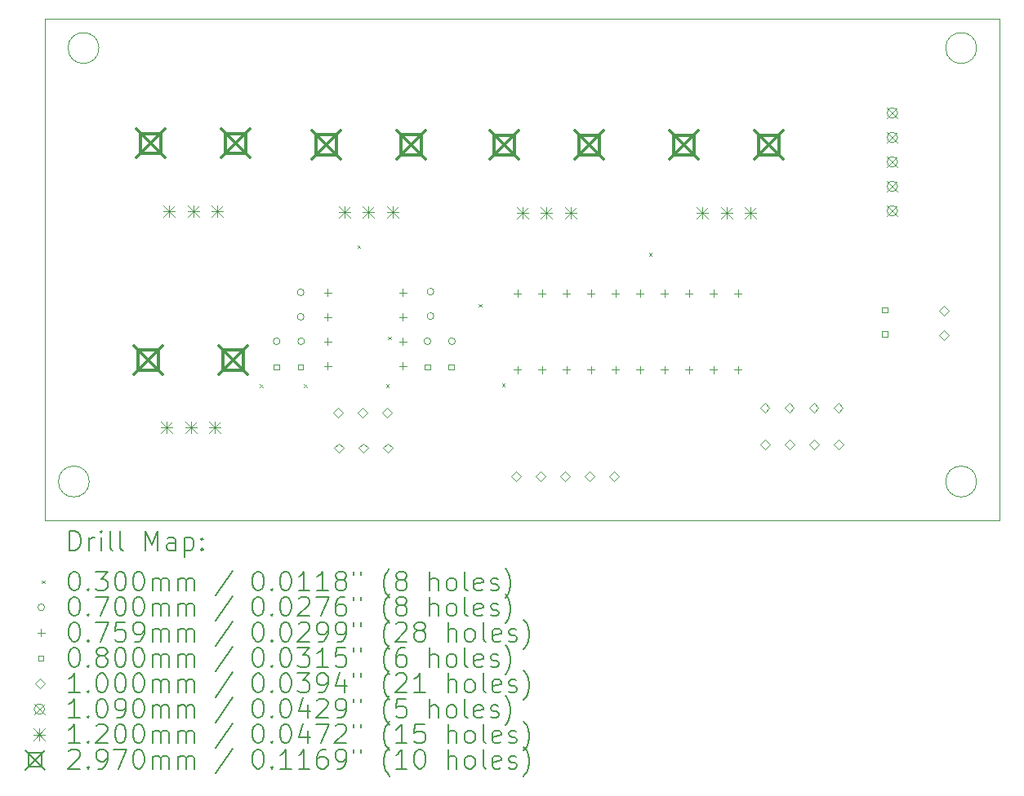
<source format=gbr>
%TF.GenerationSoftware,KiCad,Pcbnew,8.0.8*%
%TF.CreationDate,2025-06-29T12:40:06+09:00*%
%TF.ProjectId,EGSeparate,45475365-7061-4726-9174-652e6b696361,rev?*%
%TF.SameCoordinates,Original*%
%TF.FileFunction,Drillmap*%
%TF.FilePolarity,Positive*%
%FSLAX45Y45*%
G04 Gerber Fmt 4.5, Leading zero omitted, Abs format (unit mm)*
G04 Created by KiCad (PCBNEW 8.0.8) date 2025-06-29 12:40:06*
%MOMM*%
%LPD*%
G01*
G04 APERTURE LIST*
%ADD10C,0.050000*%
%ADD11C,0.200000*%
%ADD12C,0.100000*%
%ADD13C,0.109000*%
%ADD14C,0.120000*%
%ADD15C,0.297000*%
G04 APERTURE END LIST*
D10*
X16660000Y-7700000D02*
G75*
G02*
X16340000Y-7700000I-160000J0D01*
G01*
X16340000Y-7700000D02*
G75*
G02*
X16660000Y-7700000I160000J0D01*
G01*
X16660000Y-3200000D02*
G75*
G02*
X16340000Y-3200000I-160000J0D01*
G01*
X16340000Y-3200000D02*
G75*
G02*
X16660000Y-3200000I160000J0D01*
G01*
X7560000Y-3200000D02*
G75*
G02*
X7240000Y-3200000I-160000J0D01*
G01*
X7240000Y-3200000D02*
G75*
G02*
X7560000Y-3200000I160000J0D01*
G01*
X7460000Y-7700000D02*
G75*
G02*
X7140000Y-7700000I-160000J0D01*
G01*
X7140000Y-7700000D02*
G75*
G02*
X7460000Y-7700000I160000J0D01*
G01*
X7000000Y-2900000D02*
X16900000Y-2900000D01*
X16900000Y-8100000D01*
X7000000Y-8100000D01*
X7000000Y-2900000D01*
D11*
D12*
X9230600Y-6690600D02*
X9260600Y-6720600D01*
X9260600Y-6690600D02*
X9230600Y-6720600D01*
X9687800Y-6690600D02*
X9717800Y-6720600D01*
X9717800Y-6690600D02*
X9687800Y-6720600D01*
X10241200Y-5246100D02*
X10271200Y-5276100D01*
X10271200Y-5246100D02*
X10241200Y-5276100D01*
X10538700Y-6690600D02*
X10568700Y-6720600D01*
X10568700Y-6690600D02*
X10538700Y-6720600D01*
X10557800Y-6194820D02*
X10587800Y-6224820D01*
X10587800Y-6194820D02*
X10557800Y-6224820D01*
X11497400Y-5856200D02*
X11527400Y-5886200D01*
X11527400Y-5856200D02*
X11497400Y-5886200D01*
X11738100Y-6685000D02*
X11768100Y-6715000D01*
X11768100Y-6685000D02*
X11738100Y-6715000D01*
X13262100Y-5325960D02*
X13292100Y-5355960D01*
X13292100Y-5325960D02*
X13262100Y-5355960D01*
X9438300Y-6244100D02*
G75*
G02*
X9368300Y-6244100I-35000J0D01*
G01*
X9368300Y-6244100D02*
G75*
G02*
X9438300Y-6244100I35000J0D01*
G01*
X9687300Y-5736100D02*
G75*
G02*
X9617300Y-5736100I-35000J0D01*
G01*
X9617300Y-5736100D02*
G75*
G02*
X9687300Y-5736100I35000J0D01*
G01*
X9687300Y-5990100D02*
G75*
G02*
X9617300Y-5990100I-35000J0D01*
G01*
X9617300Y-5990100D02*
G75*
G02*
X9687300Y-5990100I35000J0D01*
G01*
X9692300Y-6244100D02*
G75*
G02*
X9622300Y-6244100I-35000J0D01*
G01*
X9622300Y-6244100D02*
G75*
G02*
X9692300Y-6244100I35000J0D01*
G01*
X11000400Y-6244100D02*
G75*
G02*
X10930400Y-6244100I-35000J0D01*
G01*
X10930400Y-6244100D02*
G75*
G02*
X11000400Y-6244100I35000J0D01*
G01*
X11033500Y-5728400D02*
G75*
G02*
X10963500Y-5728400I-35000J0D01*
G01*
X10963500Y-5728400D02*
G75*
G02*
X11033500Y-5728400I35000J0D01*
G01*
X11033500Y-5982400D02*
G75*
G02*
X10963500Y-5982400I-35000J0D01*
G01*
X10963500Y-5982400D02*
G75*
G02*
X11033500Y-5982400I35000J0D01*
G01*
X11254400Y-6244100D02*
G75*
G02*
X11184400Y-6244100I-35000J0D01*
G01*
X11184400Y-6244100D02*
G75*
G02*
X11254400Y-6244100I35000J0D01*
G01*
X9931400Y-5702450D02*
X9931400Y-5778350D01*
X9893450Y-5740400D02*
X9969350Y-5740400D01*
X9931400Y-5956450D02*
X9931400Y-6032350D01*
X9893450Y-5994400D02*
X9969350Y-5994400D01*
X9931400Y-6210450D02*
X9931400Y-6286350D01*
X9893450Y-6248400D02*
X9969350Y-6248400D01*
X9931400Y-6464450D02*
X9931400Y-6540350D01*
X9893450Y-6502400D02*
X9969350Y-6502400D01*
X10712400Y-5702450D02*
X10712400Y-5778350D01*
X10674450Y-5740400D02*
X10750350Y-5740400D01*
X10712400Y-5956450D02*
X10712400Y-6032350D01*
X10674450Y-5994400D02*
X10750350Y-5994400D01*
X10712400Y-6210450D02*
X10712400Y-6286350D01*
X10674450Y-6248400D02*
X10750350Y-6248400D01*
X10712400Y-6464450D02*
X10712400Y-6540350D01*
X10674450Y-6502400D02*
X10750350Y-6502400D01*
X11899900Y-5708750D02*
X11899900Y-5784650D01*
X11861950Y-5746700D02*
X11937850Y-5746700D01*
X11899900Y-6502550D02*
X11899900Y-6578450D01*
X11861950Y-6540500D02*
X11937850Y-6540500D01*
X12153900Y-5708750D02*
X12153900Y-5784650D01*
X12115950Y-5746700D02*
X12191850Y-5746700D01*
X12153900Y-6502550D02*
X12153900Y-6578450D01*
X12115950Y-6540500D02*
X12191850Y-6540500D01*
X12407900Y-5708750D02*
X12407900Y-5784650D01*
X12369950Y-5746700D02*
X12445850Y-5746700D01*
X12407900Y-6502550D02*
X12407900Y-6578450D01*
X12369950Y-6540500D02*
X12445850Y-6540500D01*
X12661900Y-5708750D02*
X12661900Y-5784650D01*
X12623950Y-5746700D02*
X12699850Y-5746700D01*
X12661900Y-6502550D02*
X12661900Y-6578450D01*
X12623950Y-6540500D02*
X12699850Y-6540500D01*
X12915900Y-5708750D02*
X12915900Y-5784650D01*
X12877950Y-5746700D02*
X12953850Y-5746700D01*
X12915900Y-6502550D02*
X12915900Y-6578450D01*
X12877950Y-6540500D02*
X12953850Y-6540500D01*
X13169900Y-5708750D02*
X13169900Y-5784650D01*
X13131950Y-5746700D02*
X13207850Y-5746700D01*
X13169900Y-6502550D02*
X13169900Y-6578450D01*
X13131950Y-6540500D02*
X13207850Y-6540500D01*
X13423900Y-5708750D02*
X13423900Y-5784650D01*
X13385950Y-5746700D02*
X13461850Y-5746700D01*
X13423900Y-6502550D02*
X13423900Y-6578450D01*
X13385950Y-6540500D02*
X13461850Y-6540500D01*
X13677900Y-5708750D02*
X13677900Y-5784650D01*
X13639950Y-5746700D02*
X13715850Y-5746700D01*
X13677900Y-6502550D02*
X13677900Y-6578450D01*
X13639950Y-6540500D02*
X13715850Y-6540500D01*
X13931900Y-5708750D02*
X13931900Y-5784650D01*
X13893950Y-5746700D02*
X13969850Y-5746700D01*
X13931900Y-6502550D02*
X13931900Y-6578450D01*
X13893950Y-6540500D02*
X13969850Y-6540500D01*
X14185900Y-5708750D02*
X14185900Y-5784650D01*
X14147950Y-5746700D02*
X14223850Y-5746700D01*
X14185900Y-6502550D02*
X14185900Y-6578450D01*
X14147950Y-6540500D02*
X14223850Y-6540500D01*
X9428585Y-6539084D02*
X9428585Y-6482515D01*
X9372016Y-6482515D01*
X9372016Y-6539084D01*
X9428585Y-6539084D01*
X9678585Y-6539084D02*
X9678585Y-6482515D01*
X9622016Y-6482515D01*
X9622016Y-6539084D01*
X9678585Y-6539084D01*
X10992685Y-6539084D02*
X10992685Y-6482515D01*
X10936116Y-6482515D01*
X10936116Y-6539084D01*
X10992685Y-6539084D01*
X11242684Y-6539084D02*
X11242684Y-6482515D01*
X11186115Y-6482515D01*
X11186115Y-6539084D01*
X11242684Y-6539084D01*
X15738184Y-5946484D02*
X15738184Y-5889915D01*
X15681615Y-5889915D01*
X15681615Y-5946484D01*
X15738184Y-5946484D01*
X15738184Y-6196484D02*
X15738184Y-6139915D01*
X15681615Y-6139915D01*
X15681615Y-6196484D01*
X15738184Y-6196484D01*
X10041500Y-7038900D02*
X10091500Y-6988900D01*
X10041500Y-6938900D01*
X9991500Y-6988900D01*
X10041500Y-7038900D01*
X10045700Y-7403300D02*
X10095700Y-7353300D01*
X10045700Y-7303300D01*
X9995700Y-7353300D01*
X10045700Y-7403300D01*
X10295500Y-7038900D02*
X10345500Y-6988900D01*
X10295500Y-6938900D01*
X10245500Y-6988900D01*
X10295500Y-7038900D01*
X10299700Y-7403300D02*
X10349700Y-7353300D01*
X10299700Y-7303300D01*
X10249700Y-7353300D01*
X10299700Y-7403300D01*
X10549500Y-7038900D02*
X10599500Y-6988900D01*
X10549500Y-6938900D01*
X10499500Y-6988900D01*
X10549500Y-7038900D01*
X10553700Y-7403300D02*
X10603700Y-7353300D01*
X10553700Y-7303300D01*
X10503700Y-7353300D01*
X10553700Y-7403300D01*
X11887200Y-7695400D02*
X11937200Y-7645400D01*
X11887200Y-7595400D01*
X11837200Y-7645400D01*
X11887200Y-7695400D01*
X12141200Y-7695400D02*
X12191200Y-7645400D01*
X12141200Y-7595400D01*
X12091200Y-7645400D01*
X12141200Y-7695400D01*
X12395200Y-7695400D02*
X12445200Y-7645400D01*
X12395200Y-7595400D01*
X12345200Y-7645400D01*
X12395200Y-7695400D01*
X12649200Y-7695400D02*
X12699200Y-7645400D01*
X12649200Y-7595400D01*
X12599200Y-7645400D01*
X12649200Y-7695400D01*
X12903200Y-7695400D02*
X12953200Y-7645400D01*
X12903200Y-7595400D01*
X12853200Y-7645400D01*
X12903200Y-7695400D01*
X14464300Y-6984200D02*
X14514300Y-6934200D01*
X14464300Y-6884200D01*
X14414300Y-6934200D01*
X14464300Y-6984200D01*
X14465300Y-7365200D02*
X14515300Y-7315200D01*
X14465300Y-7265200D01*
X14415300Y-7315200D01*
X14465300Y-7365200D01*
X14718300Y-6984200D02*
X14768300Y-6934200D01*
X14718300Y-6884200D01*
X14668300Y-6934200D01*
X14718300Y-6984200D01*
X14719300Y-7365200D02*
X14769300Y-7315200D01*
X14719300Y-7265200D01*
X14669300Y-7315200D01*
X14719300Y-7365200D01*
X14972300Y-6984200D02*
X15022300Y-6934200D01*
X14972300Y-6884200D01*
X14922300Y-6934200D01*
X14972300Y-6984200D01*
X14973300Y-7365200D02*
X15023300Y-7315200D01*
X14973300Y-7265200D01*
X14923300Y-7315200D01*
X14973300Y-7365200D01*
X15226300Y-6984200D02*
X15276300Y-6934200D01*
X15226300Y-6884200D01*
X15176300Y-6934200D01*
X15226300Y-6984200D01*
X15227300Y-7365200D02*
X15277300Y-7315200D01*
X15227300Y-7265200D01*
X15177300Y-7315200D01*
X15227300Y-7365200D01*
X16321720Y-5974800D02*
X16371720Y-5924800D01*
X16321720Y-5874800D01*
X16271720Y-5924800D01*
X16321720Y-5974800D01*
X16321720Y-6228800D02*
X16371720Y-6178800D01*
X16321720Y-6128800D01*
X16271720Y-6178800D01*
X16321720Y-6228800D01*
D13*
X15731600Y-3819000D02*
X15840600Y-3928000D01*
X15840600Y-3819000D02*
X15731600Y-3928000D01*
X15840600Y-3873500D02*
G75*
G02*
X15731600Y-3873500I-54500J0D01*
G01*
X15731600Y-3873500D02*
G75*
G02*
X15840600Y-3873500I54500J0D01*
G01*
X15731600Y-4073000D02*
X15840600Y-4182000D01*
X15840600Y-4073000D02*
X15731600Y-4182000D01*
X15840600Y-4127500D02*
G75*
G02*
X15731600Y-4127500I-54500J0D01*
G01*
X15731600Y-4127500D02*
G75*
G02*
X15840600Y-4127500I54500J0D01*
G01*
X15731600Y-4327000D02*
X15840600Y-4436000D01*
X15840600Y-4327000D02*
X15731600Y-4436000D01*
X15840600Y-4381500D02*
G75*
G02*
X15731600Y-4381500I-54500J0D01*
G01*
X15731600Y-4381500D02*
G75*
G02*
X15840600Y-4381500I54500J0D01*
G01*
X15731600Y-4581000D02*
X15840600Y-4690000D01*
X15840600Y-4581000D02*
X15731600Y-4690000D01*
X15840600Y-4635500D02*
G75*
G02*
X15731600Y-4635500I-54500J0D01*
G01*
X15731600Y-4635500D02*
G75*
G02*
X15840600Y-4635500I54500J0D01*
G01*
X15731600Y-4835000D02*
X15840600Y-4944000D01*
X15840600Y-4835000D02*
X15731600Y-4944000D01*
X15840600Y-4889500D02*
G75*
G02*
X15731600Y-4889500I-54500J0D01*
G01*
X15731600Y-4889500D02*
G75*
G02*
X15840600Y-4889500I54500J0D01*
G01*
D14*
X8203000Y-7077400D02*
X8323000Y-7197400D01*
X8323000Y-7077400D02*
X8203000Y-7197400D01*
X8263000Y-7077400D02*
X8263000Y-7197400D01*
X8203000Y-7137400D02*
X8323000Y-7137400D01*
X8228900Y-4831000D02*
X8348900Y-4951000D01*
X8348900Y-4831000D02*
X8228900Y-4951000D01*
X8288900Y-4831000D02*
X8288900Y-4951000D01*
X8228900Y-4891000D02*
X8348900Y-4891000D01*
X8453000Y-7077400D02*
X8573000Y-7197400D01*
X8573000Y-7077400D02*
X8453000Y-7197400D01*
X8513000Y-7077400D02*
X8513000Y-7197400D01*
X8453000Y-7137400D02*
X8573000Y-7137400D01*
X8478900Y-4831000D02*
X8598900Y-4951000D01*
X8598900Y-4831000D02*
X8478900Y-4951000D01*
X8538900Y-4831000D02*
X8538900Y-4951000D01*
X8478900Y-4891000D02*
X8598900Y-4891000D01*
X8703000Y-7077400D02*
X8823000Y-7197400D01*
X8823000Y-7077400D02*
X8703000Y-7197400D01*
X8763000Y-7077400D02*
X8763000Y-7197400D01*
X8703000Y-7137400D02*
X8823000Y-7137400D01*
X8728900Y-4831000D02*
X8848900Y-4951000D01*
X8848900Y-4831000D02*
X8728900Y-4951000D01*
X8788900Y-4831000D02*
X8788900Y-4951000D01*
X8728900Y-4891000D02*
X8848900Y-4891000D01*
X10044500Y-4845200D02*
X10164500Y-4965200D01*
X10164500Y-4845200D02*
X10044500Y-4965200D01*
X10104500Y-4845200D02*
X10104500Y-4965200D01*
X10044500Y-4905200D02*
X10164500Y-4905200D01*
X10294500Y-4845200D02*
X10414500Y-4965200D01*
X10414500Y-4845200D02*
X10294500Y-4965200D01*
X10354500Y-4845200D02*
X10354500Y-4965200D01*
X10294500Y-4905200D02*
X10414500Y-4905200D01*
X10544500Y-4845200D02*
X10664500Y-4965200D01*
X10664500Y-4845200D02*
X10544500Y-4965200D01*
X10604500Y-4845200D02*
X10604500Y-4965200D01*
X10544500Y-4905200D02*
X10664500Y-4905200D01*
X11890500Y-4848000D02*
X12010500Y-4968000D01*
X12010500Y-4848000D02*
X11890500Y-4968000D01*
X11950500Y-4848000D02*
X11950500Y-4968000D01*
X11890500Y-4908000D02*
X12010500Y-4908000D01*
X12140500Y-4848000D02*
X12260500Y-4968000D01*
X12260500Y-4848000D02*
X12140500Y-4968000D01*
X12200500Y-4848000D02*
X12200500Y-4968000D01*
X12140500Y-4908000D02*
X12260500Y-4908000D01*
X12390500Y-4848000D02*
X12510500Y-4968000D01*
X12510500Y-4848000D02*
X12390500Y-4968000D01*
X12450500Y-4848000D02*
X12450500Y-4968000D01*
X12390500Y-4908000D02*
X12510500Y-4908000D01*
X13757400Y-4848000D02*
X13877400Y-4968000D01*
X13877400Y-4848000D02*
X13757400Y-4968000D01*
X13817400Y-4848000D02*
X13817400Y-4968000D01*
X13757400Y-4908000D02*
X13877400Y-4908000D01*
X14007400Y-4848000D02*
X14127400Y-4968000D01*
X14127400Y-4848000D02*
X14007400Y-4968000D01*
X14067400Y-4848000D02*
X14067400Y-4968000D01*
X14007400Y-4908000D02*
X14127400Y-4908000D01*
X14257400Y-4848000D02*
X14377400Y-4968000D01*
X14377400Y-4848000D02*
X14257400Y-4968000D01*
X14317400Y-4848000D02*
X14317400Y-4968000D01*
X14257400Y-4908000D02*
X14377400Y-4908000D01*
D15*
X7924500Y-6288900D02*
X8221500Y-6585900D01*
X8221500Y-6288900D02*
X7924500Y-6585900D01*
X8178006Y-6542406D02*
X8178006Y-6332394D01*
X7967994Y-6332394D01*
X7967994Y-6542406D01*
X8178006Y-6542406D01*
X7950400Y-4042500D02*
X8247400Y-4339500D01*
X8247400Y-4042500D02*
X7950400Y-4339500D01*
X8203906Y-4296006D02*
X8203906Y-4085994D01*
X7993894Y-4085994D01*
X7993894Y-4296006D01*
X8203906Y-4296006D01*
X8804500Y-6288900D02*
X9101500Y-6585900D01*
X9101500Y-6288900D02*
X8804500Y-6585900D01*
X9058006Y-6542406D02*
X9058006Y-6332394D01*
X8847994Y-6332394D01*
X8847994Y-6542406D01*
X9058006Y-6542406D01*
X8830400Y-4042500D02*
X9127400Y-4339500D01*
X9127400Y-4042500D02*
X8830400Y-4339500D01*
X9083906Y-4296006D02*
X9083906Y-4085994D01*
X8873894Y-4085994D01*
X8873894Y-4296006D01*
X9083906Y-4296006D01*
X9766000Y-4056700D02*
X10063000Y-4353700D01*
X10063000Y-4056700D02*
X9766000Y-4353700D01*
X10019506Y-4310206D02*
X10019506Y-4100194D01*
X9809494Y-4100194D01*
X9809494Y-4310206D01*
X10019506Y-4310206D01*
X10646000Y-4056700D02*
X10943000Y-4353700D01*
X10943000Y-4056700D02*
X10646000Y-4353700D01*
X10899506Y-4310206D02*
X10899506Y-4100194D01*
X10689494Y-4100194D01*
X10689494Y-4310206D01*
X10899506Y-4310206D01*
X11612000Y-4059500D02*
X11909000Y-4356500D01*
X11909000Y-4059500D02*
X11612000Y-4356500D01*
X11865506Y-4313006D02*
X11865506Y-4102994D01*
X11655494Y-4102994D01*
X11655494Y-4313006D01*
X11865506Y-4313006D01*
X12492000Y-4059500D02*
X12789000Y-4356500D01*
X12789000Y-4059500D02*
X12492000Y-4356500D01*
X12745506Y-4313006D02*
X12745506Y-4102994D01*
X12535494Y-4102994D01*
X12535494Y-4313006D01*
X12745506Y-4313006D01*
X13478900Y-4059500D02*
X13775900Y-4356500D01*
X13775900Y-4059500D02*
X13478900Y-4356500D01*
X13732406Y-4313006D02*
X13732406Y-4102994D01*
X13522394Y-4102994D01*
X13522394Y-4313006D01*
X13732406Y-4313006D01*
X14358900Y-4059500D02*
X14655900Y-4356500D01*
X14655900Y-4059500D02*
X14358900Y-4356500D01*
X14612406Y-4313006D02*
X14612406Y-4102994D01*
X14402394Y-4102994D01*
X14402394Y-4313006D01*
X14612406Y-4313006D01*
D11*
X7258277Y-8413984D02*
X7258277Y-8213984D01*
X7258277Y-8213984D02*
X7305896Y-8213984D01*
X7305896Y-8213984D02*
X7334467Y-8223508D01*
X7334467Y-8223508D02*
X7353515Y-8242555D01*
X7353515Y-8242555D02*
X7363039Y-8261603D01*
X7363039Y-8261603D02*
X7372562Y-8299698D01*
X7372562Y-8299698D02*
X7372562Y-8328269D01*
X7372562Y-8328269D02*
X7363039Y-8366365D01*
X7363039Y-8366365D02*
X7353515Y-8385412D01*
X7353515Y-8385412D02*
X7334467Y-8404460D01*
X7334467Y-8404460D02*
X7305896Y-8413984D01*
X7305896Y-8413984D02*
X7258277Y-8413984D01*
X7458277Y-8413984D02*
X7458277Y-8280650D01*
X7458277Y-8318746D02*
X7467801Y-8299698D01*
X7467801Y-8299698D02*
X7477324Y-8290174D01*
X7477324Y-8290174D02*
X7496372Y-8280650D01*
X7496372Y-8280650D02*
X7515420Y-8280650D01*
X7582086Y-8413984D02*
X7582086Y-8280650D01*
X7582086Y-8213984D02*
X7572562Y-8223508D01*
X7572562Y-8223508D02*
X7582086Y-8233031D01*
X7582086Y-8233031D02*
X7591610Y-8223508D01*
X7591610Y-8223508D02*
X7582086Y-8213984D01*
X7582086Y-8213984D02*
X7582086Y-8233031D01*
X7705896Y-8413984D02*
X7686848Y-8404460D01*
X7686848Y-8404460D02*
X7677324Y-8385412D01*
X7677324Y-8385412D02*
X7677324Y-8213984D01*
X7810658Y-8413984D02*
X7791610Y-8404460D01*
X7791610Y-8404460D02*
X7782086Y-8385412D01*
X7782086Y-8385412D02*
X7782086Y-8213984D01*
X8039229Y-8413984D02*
X8039229Y-8213984D01*
X8039229Y-8213984D02*
X8105896Y-8356841D01*
X8105896Y-8356841D02*
X8172562Y-8213984D01*
X8172562Y-8213984D02*
X8172562Y-8413984D01*
X8353515Y-8413984D02*
X8353515Y-8309222D01*
X8353515Y-8309222D02*
X8343991Y-8290174D01*
X8343991Y-8290174D02*
X8324943Y-8280650D01*
X8324943Y-8280650D02*
X8286848Y-8280650D01*
X8286848Y-8280650D02*
X8267801Y-8290174D01*
X8353515Y-8404460D02*
X8334467Y-8413984D01*
X8334467Y-8413984D02*
X8286848Y-8413984D01*
X8286848Y-8413984D02*
X8267801Y-8404460D01*
X8267801Y-8404460D02*
X8258277Y-8385412D01*
X8258277Y-8385412D02*
X8258277Y-8366365D01*
X8258277Y-8366365D02*
X8267801Y-8347317D01*
X8267801Y-8347317D02*
X8286848Y-8337793D01*
X8286848Y-8337793D02*
X8334467Y-8337793D01*
X8334467Y-8337793D02*
X8353515Y-8328269D01*
X8448753Y-8280650D02*
X8448753Y-8480650D01*
X8448753Y-8290174D02*
X8467801Y-8280650D01*
X8467801Y-8280650D02*
X8505896Y-8280650D01*
X8505896Y-8280650D02*
X8524944Y-8290174D01*
X8524944Y-8290174D02*
X8534467Y-8299698D01*
X8534467Y-8299698D02*
X8543991Y-8318746D01*
X8543991Y-8318746D02*
X8543991Y-8375888D01*
X8543991Y-8375888D02*
X8534467Y-8394936D01*
X8534467Y-8394936D02*
X8524944Y-8404460D01*
X8524944Y-8404460D02*
X8505896Y-8413984D01*
X8505896Y-8413984D02*
X8467801Y-8413984D01*
X8467801Y-8413984D02*
X8448753Y-8404460D01*
X8629705Y-8394936D02*
X8639229Y-8404460D01*
X8639229Y-8404460D02*
X8629705Y-8413984D01*
X8629705Y-8413984D02*
X8620182Y-8404460D01*
X8620182Y-8404460D02*
X8629705Y-8394936D01*
X8629705Y-8394936D02*
X8629705Y-8413984D01*
X8629705Y-8290174D02*
X8639229Y-8299698D01*
X8639229Y-8299698D02*
X8629705Y-8309222D01*
X8629705Y-8309222D02*
X8620182Y-8299698D01*
X8620182Y-8299698D02*
X8629705Y-8290174D01*
X8629705Y-8290174D02*
X8629705Y-8309222D01*
D12*
X6967500Y-8727500D02*
X6997500Y-8757500D01*
X6997500Y-8727500D02*
X6967500Y-8757500D01*
D11*
X7296372Y-8633984D02*
X7315420Y-8633984D01*
X7315420Y-8633984D02*
X7334467Y-8643508D01*
X7334467Y-8643508D02*
X7343991Y-8653031D01*
X7343991Y-8653031D02*
X7353515Y-8672079D01*
X7353515Y-8672079D02*
X7363039Y-8710174D01*
X7363039Y-8710174D02*
X7363039Y-8757793D01*
X7363039Y-8757793D02*
X7353515Y-8795889D01*
X7353515Y-8795889D02*
X7343991Y-8814936D01*
X7343991Y-8814936D02*
X7334467Y-8824460D01*
X7334467Y-8824460D02*
X7315420Y-8833984D01*
X7315420Y-8833984D02*
X7296372Y-8833984D01*
X7296372Y-8833984D02*
X7277324Y-8824460D01*
X7277324Y-8824460D02*
X7267801Y-8814936D01*
X7267801Y-8814936D02*
X7258277Y-8795889D01*
X7258277Y-8795889D02*
X7248753Y-8757793D01*
X7248753Y-8757793D02*
X7248753Y-8710174D01*
X7248753Y-8710174D02*
X7258277Y-8672079D01*
X7258277Y-8672079D02*
X7267801Y-8653031D01*
X7267801Y-8653031D02*
X7277324Y-8643508D01*
X7277324Y-8643508D02*
X7296372Y-8633984D01*
X7448753Y-8814936D02*
X7458277Y-8824460D01*
X7458277Y-8824460D02*
X7448753Y-8833984D01*
X7448753Y-8833984D02*
X7439229Y-8824460D01*
X7439229Y-8824460D02*
X7448753Y-8814936D01*
X7448753Y-8814936D02*
X7448753Y-8833984D01*
X7524943Y-8633984D02*
X7648753Y-8633984D01*
X7648753Y-8633984D02*
X7582086Y-8710174D01*
X7582086Y-8710174D02*
X7610658Y-8710174D01*
X7610658Y-8710174D02*
X7629705Y-8719698D01*
X7629705Y-8719698D02*
X7639229Y-8729222D01*
X7639229Y-8729222D02*
X7648753Y-8748270D01*
X7648753Y-8748270D02*
X7648753Y-8795889D01*
X7648753Y-8795889D02*
X7639229Y-8814936D01*
X7639229Y-8814936D02*
X7629705Y-8824460D01*
X7629705Y-8824460D02*
X7610658Y-8833984D01*
X7610658Y-8833984D02*
X7553515Y-8833984D01*
X7553515Y-8833984D02*
X7534467Y-8824460D01*
X7534467Y-8824460D02*
X7524943Y-8814936D01*
X7772562Y-8633984D02*
X7791610Y-8633984D01*
X7791610Y-8633984D02*
X7810658Y-8643508D01*
X7810658Y-8643508D02*
X7820182Y-8653031D01*
X7820182Y-8653031D02*
X7829705Y-8672079D01*
X7829705Y-8672079D02*
X7839229Y-8710174D01*
X7839229Y-8710174D02*
X7839229Y-8757793D01*
X7839229Y-8757793D02*
X7829705Y-8795889D01*
X7829705Y-8795889D02*
X7820182Y-8814936D01*
X7820182Y-8814936D02*
X7810658Y-8824460D01*
X7810658Y-8824460D02*
X7791610Y-8833984D01*
X7791610Y-8833984D02*
X7772562Y-8833984D01*
X7772562Y-8833984D02*
X7753515Y-8824460D01*
X7753515Y-8824460D02*
X7743991Y-8814936D01*
X7743991Y-8814936D02*
X7734467Y-8795889D01*
X7734467Y-8795889D02*
X7724943Y-8757793D01*
X7724943Y-8757793D02*
X7724943Y-8710174D01*
X7724943Y-8710174D02*
X7734467Y-8672079D01*
X7734467Y-8672079D02*
X7743991Y-8653031D01*
X7743991Y-8653031D02*
X7753515Y-8643508D01*
X7753515Y-8643508D02*
X7772562Y-8633984D01*
X7963039Y-8633984D02*
X7982086Y-8633984D01*
X7982086Y-8633984D02*
X8001134Y-8643508D01*
X8001134Y-8643508D02*
X8010658Y-8653031D01*
X8010658Y-8653031D02*
X8020182Y-8672079D01*
X8020182Y-8672079D02*
X8029705Y-8710174D01*
X8029705Y-8710174D02*
X8029705Y-8757793D01*
X8029705Y-8757793D02*
X8020182Y-8795889D01*
X8020182Y-8795889D02*
X8010658Y-8814936D01*
X8010658Y-8814936D02*
X8001134Y-8824460D01*
X8001134Y-8824460D02*
X7982086Y-8833984D01*
X7982086Y-8833984D02*
X7963039Y-8833984D01*
X7963039Y-8833984D02*
X7943991Y-8824460D01*
X7943991Y-8824460D02*
X7934467Y-8814936D01*
X7934467Y-8814936D02*
X7924943Y-8795889D01*
X7924943Y-8795889D02*
X7915420Y-8757793D01*
X7915420Y-8757793D02*
X7915420Y-8710174D01*
X7915420Y-8710174D02*
X7924943Y-8672079D01*
X7924943Y-8672079D02*
X7934467Y-8653031D01*
X7934467Y-8653031D02*
X7943991Y-8643508D01*
X7943991Y-8643508D02*
X7963039Y-8633984D01*
X8115420Y-8833984D02*
X8115420Y-8700650D01*
X8115420Y-8719698D02*
X8124943Y-8710174D01*
X8124943Y-8710174D02*
X8143991Y-8700650D01*
X8143991Y-8700650D02*
X8172563Y-8700650D01*
X8172563Y-8700650D02*
X8191610Y-8710174D01*
X8191610Y-8710174D02*
X8201134Y-8729222D01*
X8201134Y-8729222D02*
X8201134Y-8833984D01*
X8201134Y-8729222D02*
X8210658Y-8710174D01*
X8210658Y-8710174D02*
X8229705Y-8700650D01*
X8229705Y-8700650D02*
X8258277Y-8700650D01*
X8258277Y-8700650D02*
X8277324Y-8710174D01*
X8277324Y-8710174D02*
X8286848Y-8729222D01*
X8286848Y-8729222D02*
X8286848Y-8833984D01*
X8382086Y-8833984D02*
X8382086Y-8700650D01*
X8382086Y-8719698D02*
X8391610Y-8710174D01*
X8391610Y-8710174D02*
X8410658Y-8700650D01*
X8410658Y-8700650D02*
X8439229Y-8700650D01*
X8439229Y-8700650D02*
X8458277Y-8710174D01*
X8458277Y-8710174D02*
X8467801Y-8729222D01*
X8467801Y-8729222D02*
X8467801Y-8833984D01*
X8467801Y-8729222D02*
X8477325Y-8710174D01*
X8477325Y-8710174D02*
X8496372Y-8700650D01*
X8496372Y-8700650D02*
X8524944Y-8700650D01*
X8524944Y-8700650D02*
X8543991Y-8710174D01*
X8543991Y-8710174D02*
X8553515Y-8729222D01*
X8553515Y-8729222D02*
X8553515Y-8833984D01*
X8943991Y-8624460D02*
X8772563Y-8881603D01*
X9201134Y-8633984D02*
X9220182Y-8633984D01*
X9220182Y-8633984D02*
X9239229Y-8643508D01*
X9239229Y-8643508D02*
X9248753Y-8653031D01*
X9248753Y-8653031D02*
X9258277Y-8672079D01*
X9258277Y-8672079D02*
X9267801Y-8710174D01*
X9267801Y-8710174D02*
X9267801Y-8757793D01*
X9267801Y-8757793D02*
X9258277Y-8795889D01*
X9258277Y-8795889D02*
X9248753Y-8814936D01*
X9248753Y-8814936D02*
X9239229Y-8824460D01*
X9239229Y-8824460D02*
X9220182Y-8833984D01*
X9220182Y-8833984D02*
X9201134Y-8833984D01*
X9201134Y-8833984D02*
X9182087Y-8824460D01*
X9182087Y-8824460D02*
X9172563Y-8814936D01*
X9172563Y-8814936D02*
X9163039Y-8795889D01*
X9163039Y-8795889D02*
X9153515Y-8757793D01*
X9153515Y-8757793D02*
X9153515Y-8710174D01*
X9153515Y-8710174D02*
X9163039Y-8672079D01*
X9163039Y-8672079D02*
X9172563Y-8653031D01*
X9172563Y-8653031D02*
X9182087Y-8643508D01*
X9182087Y-8643508D02*
X9201134Y-8633984D01*
X9353515Y-8814936D02*
X9363039Y-8824460D01*
X9363039Y-8824460D02*
X9353515Y-8833984D01*
X9353515Y-8833984D02*
X9343991Y-8824460D01*
X9343991Y-8824460D02*
X9353515Y-8814936D01*
X9353515Y-8814936D02*
X9353515Y-8833984D01*
X9486848Y-8633984D02*
X9505896Y-8633984D01*
X9505896Y-8633984D02*
X9524944Y-8643508D01*
X9524944Y-8643508D02*
X9534468Y-8653031D01*
X9534468Y-8653031D02*
X9543991Y-8672079D01*
X9543991Y-8672079D02*
X9553515Y-8710174D01*
X9553515Y-8710174D02*
X9553515Y-8757793D01*
X9553515Y-8757793D02*
X9543991Y-8795889D01*
X9543991Y-8795889D02*
X9534468Y-8814936D01*
X9534468Y-8814936D02*
X9524944Y-8824460D01*
X9524944Y-8824460D02*
X9505896Y-8833984D01*
X9505896Y-8833984D02*
X9486848Y-8833984D01*
X9486848Y-8833984D02*
X9467801Y-8824460D01*
X9467801Y-8824460D02*
X9458277Y-8814936D01*
X9458277Y-8814936D02*
X9448753Y-8795889D01*
X9448753Y-8795889D02*
X9439229Y-8757793D01*
X9439229Y-8757793D02*
X9439229Y-8710174D01*
X9439229Y-8710174D02*
X9448753Y-8672079D01*
X9448753Y-8672079D02*
X9458277Y-8653031D01*
X9458277Y-8653031D02*
X9467801Y-8643508D01*
X9467801Y-8643508D02*
X9486848Y-8633984D01*
X9743991Y-8833984D02*
X9629706Y-8833984D01*
X9686848Y-8833984D02*
X9686848Y-8633984D01*
X9686848Y-8633984D02*
X9667801Y-8662555D01*
X9667801Y-8662555D02*
X9648753Y-8681603D01*
X9648753Y-8681603D02*
X9629706Y-8691127D01*
X9934468Y-8833984D02*
X9820182Y-8833984D01*
X9877325Y-8833984D02*
X9877325Y-8633984D01*
X9877325Y-8633984D02*
X9858277Y-8662555D01*
X9858277Y-8662555D02*
X9839229Y-8681603D01*
X9839229Y-8681603D02*
X9820182Y-8691127D01*
X10048753Y-8719698D02*
X10029706Y-8710174D01*
X10029706Y-8710174D02*
X10020182Y-8700650D01*
X10020182Y-8700650D02*
X10010658Y-8681603D01*
X10010658Y-8681603D02*
X10010658Y-8672079D01*
X10010658Y-8672079D02*
X10020182Y-8653031D01*
X10020182Y-8653031D02*
X10029706Y-8643508D01*
X10029706Y-8643508D02*
X10048753Y-8633984D01*
X10048753Y-8633984D02*
X10086849Y-8633984D01*
X10086849Y-8633984D02*
X10105896Y-8643508D01*
X10105896Y-8643508D02*
X10115420Y-8653031D01*
X10115420Y-8653031D02*
X10124944Y-8672079D01*
X10124944Y-8672079D02*
X10124944Y-8681603D01*
X10124944Y-8681603D02*
X10115420Y-8700650D01*
X10115420Y-8700650D02*
X10105896Y-8710174D01*
X10105896Y-8710174D02*
X10086849Y-8719698D01*
X10086849Y-8719698D02*
X10048753Y-8719698D01*
X10048753Y-8719698D02*
X10029706Y-8729222D01*
X10029706Y-8729222D02*
X10020182Y-8738746D01*
X10020182Y-8738746D02*
X10010658Y-8757793D01*
X10010658Y-8757793D02*
X10010658Y-8795889D01*
X10010658Y-8795889D02*
X10020182Y-8814936D01*
X10020182Y-8814936D02*
X10029706Y-8824460D01*
X10029706Y-8824460D02*
X10048753Y-8833984D01*
X10048753Y-8833984D02*
X10086849Y-8833984D01*
X10086849Y-8833984D02*
X10105896Y-8824460D01*
X10105896Y-8824460D02*
X10115420Y-8814936D01*
X10115420Y-8814936D02*
X10124944Y-8795889D01*
X10124944Y-8795889D02*
X10124944Y-8757793D01*
X10124944Y-8757793D02*
X10115420Y-8738746D01*
X10115420Y-8738746D02*
X10105896Y-8729222D01*
X10105896Y-8729222D02*
X10086849Y-8719698D01*
X10201134Y-8633984D02*
X10201134Y-8672079D01*
X10277325Y-8633984D02*
X10277325Y-8672079D01*
X10572563Y-8910174D02*
X10563039Y-8900650D01*
X10563039Y-8900650D02*
X10543991Y-8872079D01*
X10543991Y-8872079D02*
X10534468Y-8853031D01*
X10534468Y-8853031D02*
X10524944Y-8824460D01*
X10524944Y-8824460D02*
X10515420Y-8776841D01*
X10515420Y-8776841D02*
X10515420Y-8738746D01*
X10515420Y-8738746D02*
X10524944Y-8691127D01*
X10524944Y-8691127D02*
X10534468Y-8662555D01*
X10534468Y-8662555D02*
X10543991Y-8643508D01*
X10543991Y-8643508D02*
X10563039Y-8614936D01*
X10563039Y-8614936D02*
X10572563Y-8605412D01*
X10677325Y-8719698D02*
X10658277Y-8710174D01*
X10658277Y-8710174D02*
X10648753Y-8700650D01*
X10648753Y-8700650D02*
X10639230Y-8681603D01*
X10639230Y-8681603D02*
X10639230Y-8672079D01*
X10639230Y-8672079D02*
X10648753Y-8653031D01*
X10648753Y-8653031D02*
X10658277Y-8643508D01*
X10658277Y-8643508D02*
X10677325Y-8633984D01*
X10677325Y-8633984D02*
X10715420Y-8633984D01*
X10715420Y-8633984D02*
X10734468Y-8643508D01*
X10734468Y-8643508D02*
X10743991Y-8653031D01*
X10743991Y-8653031D02*
X10753515Y-8672079D01*
X10753515Y-8672079D02*
X10753515Y-8681603D01*
X10753515Y-8681603D02*
X10743991Y-8700650D01*
X10743991Y-8700650D02*
X10734468Y-8710174D01*
X10734468Y-8710174D02*
X10715420Y-8719698D01*
X10715420Y-8719698D02*
X10677325Y-8719698D01*
X10677325Y-8719698D02*
X10658277Y-8729222D01*
X10658277Y-8729222D02*
X10648753Y-8738746D01*
X10648753Y-8738746D02*
X10639230Y-8757793D01*
X10639230Y-8757793D02*
X10639230Y-8795889D01*
X10639230Y-8795889D02*
X10648753Y-8814936D01*
X10648753Y-8814936D02*
X10658277Y-8824460D01*
X10658277Y-8824460D02*
X10677325Y-8833984D01*
X10677325Y-8833984D02*
X10715420Y-8833984D01*
X10715420Y-8833984D02*
X10734468Y-8824460D01*
X10734468Y-8824460D02*
X10743991Y-8814936D01*
X10743991Y-8814936D02*
X10753515Y-8795889D01*
X10753515Y-8795889D02*
X10753515Y-8757793D01*
X10753515Y-8757793D02*
X10743991Y-8738746D01*
X10743991Y-8738746D02*
X10734468Y-8729222D01*
X10734468Y-8729222D02*
X10715420Y-8719698D01*
X10991611Y-8833984D02*
X10991611Y-8633984D01*
X11077325Y-8833984D02*
X11077325Y-8729222D01*
X11077325Y-8729222D02*
X11067801Y-8710174D01*
X11067801Y-8710174D02*
X11048753Y-8700650D01*
X11048753Y-8700650D02*
X11020182Y-8700650D01*
X11020182Y-8700650D02*
X11001134Y-8710174D01*
X11001134Y-8710174D02*
X10991611Y-8719698D01*
X11201134Y-8833984D02*
X11182087Y-8824460D01*
X11182087Y-8824460D02*
X11172563Y-8814936D01*
X11172563Y-8814936D02*
X11163039Y-8795889D01*
X11163039Y-8795889D02*
X11163039Y-8738746D01*
X11163039Y-8738746D02*
X11172563Y-8719698D01*
X11172563Y-8719698D02*
X11182087Y-8710174D01*
X11182087Y-8710174D02*
X11201134Y-8700650D01*
X11201134Y-8700650D02*
X11229706Y-8700650D01*
X11229706Y-8700650D02*
X11248753Y-8710174D01*
X11248753Y-8710174D02*
X11258277Y-8719698D01*
X11258277Y-8719698D02*
X11267801Y-8738746D01*
X11267801Y-8738746D02*
X11267801Y-8795889D01*
X11267801Y-8795889D02*
X11258277Y-8814936D01*
X11258277Y-8814936D02*
X11248753Y-8824460D01*
X11248753Y-8824460D02*
X11229706Y-8833984D01*
X11229706Y-8833984D02*
X11201134Y-8833984D01*
X11382087Y-8833984D02*
X11363039Y-8824460D01*
X11363039Y-8824460D02*
X11353515Y-8805412D01*
X11353515Y-8805412D02*
X11353515Y-8633984D01*
X11534468Y-8824460D02*
X11515420Y-8833984D01*
X11515420Y-8833984D02*
X11477325Y-8833984D01*
X11477325Y-8833984D02*
X11458277Y-8824460D01*
X11458277Y-8824460D02*
X11448753Y-8805412D01*
X11448753Y-8805412D02*
X11448753Y-8729222D01*
X11448753Y-8729222D02*
X11458277Y-8710174D01*
X11458277Y-8710174D02*
X11477325Y-8700650D01*
X11477325Y-8700650D02*
X11515420Y-8700650D01*
X11515420Y-8700650D02*
X11534468Y-8710174D01*
X11534468Y-8710174D02*
X11543991Y-8729222D01*
X11543991Y-8729222D02*
X11543991Y-8748270D01*
X11543991Y-8748270D02*
X11448753Y-8767317D01*
X11620182Y-8824460D02*
X11639230Y-8833984D01*
X11639230Y-8833984D02*
X11677325Y-8833984D01*
X11677325Y-8833984D02*
X11696372Y-8824460D01*
X11696372Y-8824460D02*
X11705896Y-8805412D01*
X11705896Y-8805412D02*
X11705896Y-8795889D01*
X11705896Y-8795889D02*
X11696372Y-8776841D01*
X11696372Y-8776841D02*
X11677325Y-8767317D01*
X11677325Y-8767317D02*
X11648753Y-8767317D01*
X11648753Y-8767317D02*
X11629706Y-8757793D01*
X11629706Y-8757793D02*
X11620182Y-8738746D01*
X11620182Y-8738746D02*
X11620182Y-8729222D01*
X11620182Y-8729222D02*
X11629706Y-8710174D01*
X11629706Y-8710174D02*
X11648753Y-8700650D01*
X11648753Y-8700650D02*
X11677325Y-8700650D01*
X11677325Y-8700650D02*
X11696372Y-8710174D01*
X11772563Y-8910174D02*
X11782087Y-8900650D01*
X11782087Y-8900650D02*
X11801134Y-8872079D01*
X11801134Y-8872079D02*
X11810658Y-8853031D01*
X11810658Y-8853031D02*
X11820182Y-8824460D01*
X11820182Y-8824460D02*
X11829706Y-8776841D01*
X11829706Y-8776841D02*
X11829706Y-8738746D01*
X11829706Y-8738746D02*
X11820182Y-8691127D01*
X11820182Y-8691127D02*
X11810658Y-8662555D01*
X11810658Y-8662555D02*
X11801134Y-8643508D01*
X11801134Y-8643508D02*
X11782087Y-8614936D01*
X11782087Y-8614936D02*
X11772563Y-8605412D01*
D12*
X6997500Y-9006500D02*
G75*
G02*
X6927500Y-9006500I-35000J0D01*
G01*
X6927500Y-9006500D02*
G75*
G02*
X6997500Y-9006500I35000J0D01*
G01*
D11*
X7296372Y-8897984D02*
X7315420Y-8897984D01*
X7315420Y-8897984D02*
X7334467Y-8907508D01*
X7334467Y-8907508D02*
X7343991Y-8917031D01*
X7343991Y-8917031D02*
X7353515Y-8936079D01*
X7353515Y-8936079D02*
X7363039Y-8974174D01*
X7363039Y-8974174D02*
X7363039Y-9021793D01*
X7363039Y-9021793D02*
X7353515Y-9059889D01*
X7353515Y-9059889D02*
X7343991Y-9078936D01*
X7343991Y-9078936D02*
X7334467Y-9088460D01*
X7334467Y-9088460D02*
X7315420Y-9097984D01*
X7315420Y-9097984D02*
X7296372Y-9097984D01*
X7296372Y-9097984D02*
X7277324Y-9088460D01*
X7277324Y-9088460D02*
X7267801Y-9078936D01*
X7267801Y-9078936D02*
X7258277Y-9059889D01*
X7258277Y-9059889D02*
X7248753Y-9021793D01*
X7248753Y-9021793D02*
X7248753Y-8974174D01*
X7248753Y-8974174D02*
X7258277Y-8936079D01*
X7258277Y-8936079D02*
X7267801Y-8917031D01*
X7267801Y-8917031D02*
X7277324Y-8907508D01*
X7277324Y-8907508D02*
X7296372Y-8897984D01*
X7448753Y-9078936D02*
X7458277Y-9088460D01*
X7458277Y-9088460D02*
X7448753Y-9097984D01*
X7448753Y-9097984D02*
X7439229Y-9088460D01*
X7439229Y-9088460D02*
X7448753Y-9078936D01*
X7448753Y-9078936D02*
X7448753Y-9097984D01*
X7524943Y-8897984D02*
X7658277Y-8897984D01*
X7658277Y-8897984D02*
X7572562Y-9097984D01*
X7772562Y-8897984D02*
X7791610Y-8897984D01*
X7791610Y-8897984D02*
X7810658Y-8907508D01*
X7810658Y-8907508D02*
X7820182Y-8917031D01*
X7820182Y-8917031D02*
X7829705Y-8936079D01*
X7829705Y-8936079D02*
X7839229Y-8974174D01*
X7839229Y-8974174D02*
X7839229Y-9021793D01*
X7839229Y-9021793D02*
X7829705Y-9059889D01*
X7829705Y-9059889D02*
X7820182Y-9078936D01*
X7820182Y-9078936D02*
X7810658Y-9088460D01*
X7810658Y-9088460D02*
X7791610Y-9097984D01*
X7791610Y-9097984D02*
X7772562Y-9097984D01*
X7772562Y-9097984D02*
X7753515Y-9088460D01*
X7753515Y-9088460D02*
X7743991Y-9078936D01*
X7743991Y-9078936D02*
X7734467Y-9059889D01*
X7734467Y-9059889D02*
X7724943Y-9021793D01*
X7724943Y-9021793D02*
X7724943Y-8974174D01*
X7724943Y-8974174D02*
X7734467Y-8936079D01*
X7734467Y-8936079D02*
X7743991Y-8917031D01*
X7743991Y-8917031D02*
X7753515Y-8907508D01*
X7753515Y-8907508D02*
X7772562Y-8897984D01*
X7963039Y-8897984D02*
X7982086Y-8897984D01*
X7982086Y-8897984D02*
X8001134Y-8907508D01*
X8001134Y-8907508D02*
X8010658Y-8917031D01*
X8010658Y-8917031D02*
X8020182Y-8936079D01*
X8020182Y-8936079D02*
X8029705Y-8974174D01*
X8029705Y-8974174D02*
X8029705Y-9021793D01*
X8029705Y-9021793D02*
X8020182Y-9059889D01*
X8020182Y-9059889D02*
X8010658Y-9078936D01*
X8010658Y-9078936D02*
X8001134Y-9088460D01*
X8001134Y-9088460D02*
X7982086Y-9097984D01*
X7982086Y-9097984D02*
X7963039Y-9097984D01*
X7963039Y-9097984D02*
X7943991Y-9088460D01*
X7943991Y-9088460D02*
X7934467Y-9078936D01*
X7934467Y-9078936D02*
X7924943Y-9059889D01*
X7924943Y-9059889D02*
X7915420Y-9021793D01*
X7915420Y-9021793D02*
X7915420Y-8974174D01*
X7915420Y-8974174D02*
X7924943Y-8936079D01*
X7924943Y-8936079D02*
X7934467Y-8917031D01*
X7934467Y-8917031D02*
X7943991Y-8907508D01*
X7943991Y-8907508D02*
X7963039Y-8897984D01*
X8115420Y-9097984D02*
X8115420Y-8964650D01*
X8115420Y-8983698D02*
X8124943Y-8974174D01*
X8124943Y-8974174D02*
X8143991Y-8964650D01*
X8143991Y-8964650D02*
X8172563Y-8964650D01*
X8172563Y-8964650D02*
X8191610Y-8974174D01*
X8191610Y-8974174D02*
X8201134Y-8993222D01*
X8201134Y-8993222D02*
X8201134Y-9097984D01*
X8201134Y-8993222D02*
X8210658Y-8974174D01*
X8210658Y-8974174D02*
X8229705Y-8964650D01*
X8229705Y-8964650D02*
X8258277Y-8964650D01*
X8258277Y-8964650D02*
X8277324Y-8974174D01*
X8277324Y-8974174D02*
X8286848Y-8993222D01*
X8286848Y-8993222D02*
X8286848Y-9097984D01*
X8382086Y-9097984D02*
X8382086Y-8964650D01*
X8382086Y-8983698D02*
X8391610Y-8974174D01*
X8391610Y-8974174D02*
X8410658Y-8964650D01*
X8410658Y-8964650D02*
X8439229Y-8964650D01*
X8439229Y-8964650D02*
X8458277Y-8974174D01*
X8458277Y-8974174D02*
X8467801Y-8993222D01*
X8467801Y-8993222D02*
X8467801Y-9097984D01*
X8467801Y-8993222D02*
X8477325Y-8974174D01*
X8477325Y-8974174D02*
X8496372Y-8964650D01*
X8496372Y-8964650D02*
X8524944Y-8964650D01*
X8524944Y-8964650D02*
X8543991Y-8974174D01*
X8543991Y-8974174D02*
X8553515Y-8993222D01*
X8553515Y-8993222D02*
X8553515Y-9097984D01*
X8943991Y-8888460D02*
X8772563Y-9145603D01*
X9201134Y-8897984D02*
X9220182Y-8897984D01*
X9220182Y-8897984D02*
X9239229Y-8907508D01*
X9239229Y-8907508D02*
X9248753Y-8917031D01*
X9248753Y-8917031D02*
X9258277Y-8936079D01*
X9258277Y-8936079D02*
X9267801Y-8974174D01*
X9267801Y-8974174D02*
X9267801Y-9021793D01*
X9267801Y-9021793D02*
X9258277Y-9059889D01*
X9258277Y-9059889D02*
X9248753Y-9078936D01*
X9248753Y-9078936D02*
X9239229Y-9088460D01*
X9239229Y-9088460D02*
X9220182Y-9097984D01*
X9220182Y-9097984D02*
X9201134Y-9097984D01*
X9201134Y-9097984D02*
X9182087Y-9088460D01*
X9182087Y-9088460D02*
X9172563Y-9078936D01*
X9172563Y-9078936D02*
X9163039Y-9059889D01*
X9163039Y-9059889D02*
X9153515Y-9021793D01*
X9153515Y-9021793D02*
X9153515Y-8974174D01*
X9153515Y-8974174D02*
X9163039Y-8936079D01*
X9163039Y-8936079D02*
X9172563Y-8917031D01*
X9172563Y-8917031D02*
X9182087Y-8907508D01*
X9182087Y-8907508D02*
X9201134Y-8897984D01*
X9353515Y-9078936D02*
X9363039Y-9088460D01*
X9363039Y-9088460D02*
X9353515Y-9097984D01*
X9353515Y-9097984D02*
X9343991Y-9088460D01*
X9343991Y-9088460D02*
X9353515Y-9078936D01*
X9353515Y-9078936D02*
X9353515Y-9097984D01*
X9486848Y-8897984D02*
X9505896Y-8897984D01*
X9505896Y-8897984D02*
X9524944Y-8907508D01*
X9524944Y-8907508D02*
X9534468Y-8917031D01*
X9534468Y-8917031D02*
X9543991Y-8936079D01*
X9543991Y-8936079D02*
X9553515Y-8974174D01*
X9553515Y-8974174D02*
X9553515Y-9021793D01*
X9553515Y-9021793D02*
X9543991Y-9059889D01*
X9543991Y-9059889D02*
X9534468Y-9078936D01*
X9534468Y-9078936D02*
X9524944Y-9088460D01*
X9524944Y-9088460D02*
X9505896Y-9097984D01*
X9505896Y-9097984D02*
X9486848Y-9097984D01*
X9486848Y-9097984D02*
X9467801Y-9088460D01*
X9467801Y-9088460D02*
X9458277Y-9078936D01*
X9458277Y-9078936D02*
X9448753Y-9059889D01*
X9448753Y-9059889D02*
X9439229Y-9021793D01*
X9439229Y-9021793D02*
X9439229Y-8974174D01*
X9439229Y-8974174D02*
X9448753Y-8936079D01*
X9448753Y-8936079D02*
X9458277Y-8917031D01*
X9458277Y-8917031D02*
X9467801Y-8907508D01*
X9467801Y-8907508D02*
X9486848Y-8897984D01*
X9629706Y-8917031D02*
X9639229Y-8907508D01*
X9639229Y-8907508D02*
X9658277Y-8897984D01*
X9658277Y-8897984D02*
X9705896Y-8897984D01*
X9705896Y-8897984D02*
X9724944Y-8907508D01*
X9724944Y-8907508D02*
X9734468Y-8917031D01*
X9734468Y-8917031D02*
X9743991Y-8936079D01*
X9743991Y-8936079D02*
X9743991Y-8955127D01*
X9743991Y-8955127D02*
X9734468Y-8983698D01*
X9734468Y-8983698D02*
X9620182Y-9097984D01*
X9620182Y-9097984D02*
X9743991Y-9097984D01*
X9810658Y-8897984D02*
X9943991Y-8897984D01*
X9943991Y-8897984D02*
X9858277Y-9097984D01*
X10105896Y-8897984D02*
X10067801Y-8897984D01*
X10067801Y-8897984D02*
X10048753Y-8907508D01*
X10048753Y-8907508D02*
X10039229Y-8917031D01*
X10039229Y-8917031D02*
X10020182Y-8945603D01*
X10020182Y-8945603D02*
X10010658Y-8983698D01*
X10010658Y-8983698D02*
X10010658Y-9059889D01*
X10010658Y-9059889D02*
X10020182Y-9078936D01*
X10020182Y-9078936D02*
X10029706Y-9088460D01*
X10029706Y-9088460D02*
X10048753Y-9097984D01*
X10048753Y-9097984D02*
X10086849Y-9097984D01*
X10086849Y-9097984D02*
X10105896Y-9088460D01*
X10105896Y-9088460D02*
X10115420Y-9078936D01*
X10115420Y-9078936D02*
X10124944Y-9059889D01*
X10124944Y-9059889D02*
X10124944Y-9012270D01*
X10124944Y-9012270D02*
X10115420Y-8993222D01*
X10115420Y-8993222D02*
X10105896Y-8983698D01*
X10105896Y-8983698D02*
X10086849Y-8974174D01*
X10086849Y-8974174D02*
X10048753Y-8974174D01*
X10048753Y-8974174D02*
X10029706Y-8983698D01*
X10029706Y-8983698D02*
X10020182Y-8993222D01*
X10020182Y-8993222D02*
X10010658Y-9012270D01*
X10201134Y-8897984D02*
X10201134Y-8936079D01*
X10277325Y-8897984D02*
X10277325Y-8936079D01*
X10572563Y-9174174D02*
X10563039Y-9164650D01*
X10563039Y-9164650D02*
X10543991Y-9136079D01*
X10543991Y-9136079D02*
X10534468Y-9117031D01*
X10534468Y-9117031D02*
X10524944Y-9088460D01*
X10524944Y-9088460D02*
X10515420Y-9040841D01*
X10515420Y-9040841D02*
X10515420Y-9002746D01*
X10515420Y-9002746D02*
X10524944Y-8955127D01*
X10524944Y-8955127D02*
X10534468Y-8926555D01*
X10534468Y-8926555D02*
X10543991Y-8907508D01*
X10543991Y-8907508D02*
X10563039Y-8878936D01*
X10563039Y-8878936D02*
X10572563Y-8869412D01*
X10677325Y-8983698D02*
X10658277Y-8974174D01*
X10658277Y-8974174D02*
X10648753Y-8964650D01*
X10648753Y-8964650D02*
X10639230Y-8945603D01*
X10639230Y-8945603D02*
X10639230Y-8936079D01*
X10639230Y-8936079D02*
X10648753Y-8917031D01*
X10648753Y-8917031D02*
X10658277Y-8907508D01*
X10658277Y-8907508D02*
X10677325Y-8897984D01*
X10677325Y-8897984D02*
X10715420Y-8897984D01*
X10715420Y-8897984D02*
X10734468Y-8907508D01*
X10734468Y-8907508D02*
X10743991Y-8917031D01*
X10743991Y-8917031D02*
X10753515Y-8936079D01*
X10753515Y-8936079D02*
X10753515Y-8945603D01*
X10753515Y-8945603D02*
X10743991Y-8964650D01*
X10743991Y-8964650D02*
X10734468Y-8974174D01*
X10734468Y-8974174D02*
X10715420Y-8983698D01*
X10715420Y-8983698D02*
X10677325Y-8983698D01*
X10677325Y-8983698D02*
X10658277Y-8993222D01*
X10658277Y-8993222D02*
X10648753Y-9002746D01*
X10648753Y-9002746D02*
X10639230Y-9021793D01*
X10639230Y-9021793D02*
X10639230Y-9059889D01*
X10639230Y-9059889D02*
X10648753Y-9078936D01*
X10648753Y-9078936D02*
X10658277Y-9088460D01*
X10658277Y-9088460D02*
X10677325Y-9097984D01*
X10677325Y-9097984D02*
X10715420Y-9097984D01*
X10715420Y-9097984D02*
X10734468Y-9088460D01*
X10734468Y-9088460D02*
X10743991Y-9078936D01*
X10743991Y-9078936D02*
X10753515Y-9059889D01*
X10753515Y-9059889D02*
X10753515Y-9021793D01*
X10753515Y-9021793D02*
X10743991Y-9002746D01*
X10743991Y-9002746D02*
X10734468Y-8993222D01*
X10734468Y-8993222D02*
X10715420Y-8983698D01*
X10991611Y-9097984D02*
X10991611Y-8897984D01*
X11077325Y-9097984D02*
X11077325Y-8993222D01*
X11077325Y-8993222D02*
X11067801Y-8974174D01*
X11067801Y-8974174D02*
X11048753Y-8964650D01*
X11048753Y-8964650D02*
X11020182Y-8964650D01*
X11020182Y-8964650D02*
X11001134Y-8974174D01*
X11001134Y-8974174D02*
X10991611Y-8983698D01*
X11201134Y-9097984D02*
X11182087Y-9088460D01*
X11182087Y-9088460D02*
X11172563Y-9078936D01*
X11172563Y-9078936D02*
X11163039Y-9059889D01*
X11163039Y-9059889D02*
X11163039Y-9002746D01*
X11163039Y-9002746D02*
X11172563Y-8983698D01*
X11172563Y-8983698D02*
X11182087Y-8974174D01*
X11182087Y-8974174D02*
X11201134Y-8964650D01*
X11201134Y-8964650D02*
X11229706Y-8964650D01*
X11229706Y-8964650D02*
X11248753Y-8974174D01*
X11248753Y-8974174D02*
X11258277Y-8983698D01*
X11258277Y-8983698D02*
X11267801Y-9002746D01*
X11267801Y-9002746D02*
X11267801Y-9059889D01*
X11267801Y-9059889D02*
X11258277Y-9078936D01*
X11258277Y-9078936D02*
X11248753Y-9088460D01*
X11248753Y-9088460D02*
X11229706Y-9097984D01*
X11229706Y-9097984D02*
X11201134Y-9097984D01*
X11382087Y-9097984D02*
X11363039Y-9088460D01*
X11363039Y-9088460D02*
X11353515Y-9069412D01*
X11353515Y-9069412D02*
X11353515Y-8897984D01*
X11534468Y-9088460D02*
X11515420Y-9097984D01*
X11515420Y-9097984D02*
X11477325Y-9097984D01*
X11477325Y-9097984D02*
X11458277Y-9088460D01*
X11458277Y-9088460D02*
X11448753Y-9069412D01*
X11448753Y-9069412D02*
X11448753Y-8993222D01*
X11448753Y-8993222D02*
X11458277Y-8974174D01*
X11458277Y-8974174D02*
X11477325Y-8964650D01*
X11477325Y-8964650D02*
X11515420Y-8964650D01*
X11515420Y-8964650D02*
X11534468Y-8974174D01*
X11534468Y-8974174D02*
X11543991Y-8993222D01*
X11543991Y-8993222D02*
X11543991Y-9012270D01*
X11543991Y-9012270D02*
X11448753Y-9031317D01*
X11620182Y-9088460D02*
X11639230Y-9097984D01*
X11639230Y-9097984D02*
X11677325Y-9097984D01*
X11677325Y-9097984D02*
X11696372Y-9088460D01*
X11696372Y-9088460D02*
X11705896Y-9069412D01*
X11705896Y-9069412D02*
X11705896Y-9059889D01*
X11705896Y-9059889D02*
X11696372Y-9040841D01*
X11696372Y-9040841D02*
X11677325Y-9031317D01*
X11677325Y-9031317D02*
X11648753Y-9031317D01*
X11648753Y-9031317D02*
X11629706Y-9021793D01*
X11629706Y-9021793D02*
X11620182Y-9002746D01*
X11620182Y-9002746D02*
X11620182Y-8993222D01*
X11620182Y-8993222D02*
X11629706Y-8974174D01*
X11629706Y-8974174D02*
X11648753Y-8964650D01*
X11648753Y-8964650D02*
X11677325Y-8964650D01*
X11677325Y-8964650D02*
X11696372Y-8974174D01*
X11772563Y-9174174D02*
X11782087Y-9164650D01*
X11782087Y-9164650D02*
X11801134Y-9136079D01*
X11801134Y-9136079D02*
X11810658Y-9117031D01*
X11810658Y-9117031D02*
X11820182Y-9088460D01*
X11820182Y-9088460D02*
X11829706Y-9040841D01*
X11829706Y-9040841D02*
X11829706Y-9002746D01*
X11829706Y-9002746D02*
X11820182Y-8955127D01*
X11820182Y-8955127D02*
X11810658Y-8926555D01*
X11810658Y-8926555D02*
X11801134Y-8907508D01*
X11801134Y-8907508D02*
X11782087Y-8878936D01*
X11782087Y-8878936D02*
X11772563Y-8869412D01*
D12*
X6959550Y-9232550D02*
X6959550Y-9308450D01*
X6921600Y-9270500D02*
X6997500Y-9270500D01*
D11*
X7296372Y-9161984D02*
X7315420Y-9161984D01*
X7315420Y-9161984D02*
X7334467Y-9171508D01*
X7334467Y-9171508D02*
X7343991Y-9181031D01*
X7343991Y-9181031D02*
X7353515Y-9200079D01*
X7353515Y-9200079D02*
X7363039Y-9238174D01*
X7363039Y-9238174D02*
X7363039Y-9285793D01*
X7363039Y-9285793D02*
X7353515Y-9323889D01*
X7353515Y-9323889D02*
X7343991Y-9342936D01*
X7343991Y-9342936D02*
X7334467Y-9352460D01*
X7334467Y-9352460D02*
X7315420Y-9361984D01*
X7315420Y-9361984D02*
X7296372Y-9361984D01*
X7296372Y-9361984D02*
X7277324Y-9352460D01*
X7277324Y-9352460D02*
X7267801Y-9342936D01*
X7267801Y-9342936D02*
X7258277Y-9323889D01*
X7258277Y-9323889D02*
X7248753Y-9285793D01*
X7248753Y-9285793D02*
X7248753Y-9238174D01*
X7248753Y-9238174D02*
X7258277Y-9200079D01*
X7258277Y-9200079D02*
X7267801Y-9181031D01*
X7267801Y-9181031D02*
X7277324Y-9171508D01*
X7277324Y-9171508D02*
X7296372Y-9161984D01*
X7448753Y-9342936D02*
X7458277Y-9352460D01*
X7458277Y-9352460D02*
X7448753Y-9361984D01*
X7448753Y-9361984D02*
X7439229Y-9352460D01*
X7439229Y-9352460D02*
X7448753Y-9342936D01*
X7448753Y-9342936D02*
X7448753Y-9361984D01*
X7524943Y-9161984D02*
X7658277Y-9161984D01*
X7658277Y-9161984D02*
X7572562Y-9361984D01*
X7829705Y-9161984D02*
X7734467Y-9161984D01*
X7734467Y-9161984D02*
X7724943Y-9257222D01*
X7724943Y-9257222D02*
X7734467Y-9247698D01*
X7734467Y-9247698D02*
X7753515Y-9238174D01*
X7753515Y-9238174D02*
X7801134Y-9238174D01*
X7801134Y-9238174D02*
X7820182Y-9247698D01*
X7820182Y-9247698D02*
X7829705Y-9257222D01*
X7829705Y-9257222D02*
X7839229Y-9276270D01*
X7839229Y-9276270D02*
X7839229Y-9323889D01*
X7839229Y-9323889D02*
X7829705Y-9342936D01*
X7829705Y-9342936D02*
X7820182Y-9352460D01*
X7820182Y-9352460D02*
X7801134Y-9361984D01*
X7801134Y-9361984D02*
X7753515Y-9361984D01*
X7753515Y-9361984D02*
X7734467Y-9352460D01*
X7734467Y-9352460D02*
X7724943Y-9342936D01*
X7934467Y-9361984D02*
X7972562Y-9361984D01*
X7972562Y-9361984D02*
X7991610Y-9352460D01*
X7991610Y-9352460D02*
X8001134Y-9342936D01*
X8001134Y-9342936D02*
X8020182Y-9314365D01*
X8020182Y-9314365D02*
X8029705Y-9276270D01*
X8029705Y-9276270D02*
X8029705Y-9200079D01*
X8029705Y-9200079D02*
X8020182Y-9181031D01*
X8020182Y-9181031D02*
X8010658Y-9171508D01*
X8010658Y-9171508D02*
X7991610Y-9161984D01*
X7991610Y-9161984D02*
X7953515Y-9161984D01*
X7953515Y-9161984D02*
X7934467Y-9171508D01*
X7934467Y-9171508D02*
X7924943Y-9181031D01*
X7924943Y-9181031D02*
X7915420Y-9200079D01*
X7915420Y-9200079D02*
X7915420Y-9247698D01*
X7915420Y-9247698D02*
X7924943Y-9266746D01*
X7924943Y-9266746D02*
X7934467Y-9276270D01*
X7934467Y-9276270D02*
X7953515Y-9285793D01*
X7953515Y-9285793D02*
X7991610Y-9285793D01*
X7991610Y-9285793D02*
X8010658Y-9276270D01*
X8010658Y-9276270D02*
X8020182Y-9266746D01*
X8020182Y-9266746D02*
X8029705Y-9247698D01*
X8115420Y-9361984D02*
X8115420Y-9228650D01*
X8115420Y-9247698D02*
X8124943Y-9238174D01*
X8124943Y-9238174D02*
X8143991Y-9228650D01*
X8143991Y-9228650D02*
X8172563Y-9228650D01*
X8172563Y-9228650D02*
X8191610Y-9238174D01*
X8191610Y-9238174D02*
X8201134Y-9257222D01*
X8201134Y-9257222D02*
X8201134Y-9361984D01*
X8201134Y-9257222D02*
X8210658Y-9238174D01*
X8210658Y-9238174D02*
X8229705Y-9228650D01*
X8229705Y-9228650D02*
X8258277Y-9228650D01*
X8258277Y-9228650D02*
X8277324Y-9238174D01*
X8277324Y-9238174D02*
X8286848Y-9257222D01*
X8286848Y-9257222D02*
X8286848Y-9361984D01*
X8382086Y-9361984D02*
X8382086Y-9228650D01*
X8382086Y-9247698D02*
X8391610Y-9238174D01*
X8391610Y-9238174D02*
X8410658Y-9228650D01*
X8410658Y-9228650D02*
X8439229Y-9228650D01*
X8439229Y-9228650D02*
X8458277Y-9238174D01*
X8458277Y-9238174D02*
X8467801Y-9257222D01*
X8467801Y-9257222D02*
X8467801Y-9361984D01*
X8467801Y-9257222D02*
X8477325Y-9238174D01*
X8477325Y-9238174D02*
X8496372Y-9228650D01*
X8496372Y-9228650D02*
X8524944Y-9228650D01*
X8524944Y-9228650D02*
X8543991Y-9238174D01*
X8543991Y-9238174D02*
X8553515Y-9257222D01*
X8553515Y-9257222D02*
X8553515Y-9361984D01*
X8943991Y-9152460D02*
X8772563Y-9409603D01*
X9201134Y-9161984D02*
X9220182Y-9161984D01*
X9220182Y-9161984D02*
X9239229Y-9171508D01*
X9239229Y-9171508D02*
X9248753Y-9181031D01*
X9248753Y-9181031D02*
X9258277Y-9200079D01*
X9258277Y-9200079D02*
X9267801Y-9238174D01*
X9267801Y-9238174D02*
X9267801Y-9285793D01*
X9267801Y-9285793D02*
X9258277Y-9323889D01*
X9258277Y-9323889D02*
X9248753Y-9342936D01*
X9248753Y-9342936D02*
X9239229Y-9352460D01*
X9239229Y-9352460D02*
X9220182Y-9361984D01*
X9220182Y-9361984D02*
X9201134Y-9361984D01*
X9201134Y-9361984D02*
X9182087Y-9352460D01*
X9182087Y-9352460D02*
X9172563Y-9342936D01*
X9172563Y-9342936D02*
X9163039Y-9323889D01*
X9163039Y-9323889D02*
X9153515Y-9285793D01*
X9153515Y-9285793D02*
X9153515Y-9238174D01*
X9153515Y-9238174D02*
X9163039Y-9200079D01*
X9163039Y-9200079D02*
X9172563Y-9181031D01*
X9172563Y-9181031D02*
X9182087Y-9171508D01*
X9182087Y-9171508D02*
X9201134Y-9161984D01*
X9353515Y-9342936D02*
X9363039Y-9352460D01*
X9363039Y-9352460D02*
X9353515Y-9361984D01*
X9353515Y-9361984D02*
X9343991Y-9352460D01*
X9343991Y-9352460D02*
X9353515Y-9342936D01*
X9353515Y-9342936D02*
X9353515Y-9361984D01*
X9486848Y-9161984D02*
X9505896Y-9161984D01*
X9505896Y-9161984D02*
X9524944Y-9171508D01*
X9524944Y-9171508D02*
X9534468Y-9181031D01*
X9534468Y-9181031D02*
X9543991Y-9200079D01*
X9543991Y-9200079D02*
X9553515Y-9238174D01*
X9553515Y-9238174D02*
X9553515Y-9285793D01*
X9553515Y-9285793D02*
X9543991Y-9323889D01*
X9543991Y-9323889D02*
X9534468Y-9342936D01*
X9534468Y-9342936D02*
X9524944Y-9352460D01*
X9524944Y-9352460D02*
X9505896Y-9361984D01*
X9505896Y-9361984D02*
X9486848Y-9361984D01*
X9486848Y-9361984D02*
X9467801Y-9352460D01*
X9467801Y-9352460D02*
X9458277Y-9342936D01*
X9458277Y-9342936D02*
X9448753Y-9323889D01*
X9448753Y-9323889D02*
X9439229Y-9285793D01*
X9439229Y-9285793D02*
X9439229Y-9238174D01*
X9439229Y-9238174D02*
X9448753Y-9200079D01*
X9448753Y-9200079D02*
X9458277Y-9181031D01*
X9458277Y-9181031D02*
X9467801Y-9171508D01*
X9467801Y-9171508D02*
X9486848Y-9161984D01*
X9629706Y-9181031D02*
X9639229Y-9171508D01*
X9639229Y-9171508D02*
X9658277Y-9161984D01*
X9658277Y-9161984D02*
X9705896Y-9161984D01*
X9705896Y-9161984D02*
X9724944Y-9171508D01*
X9724944Y-9171508D02*
X9734468Y-9181031D01*
X9734468Y-9181031D02*
X9743991Y-9200079D01*
X9743991Y-9200079D02*
X9743991Y-9219127D01*
X9743991Y-9219127D02*
X9734468Y-9247698D01*
X9734468Y-9247698D02*
X9620182Y-9361984D01*
X9620182Y-9361984D02*
X9743991Y-9361984D01*
X9839229Y-9361984D02*
X9877325Y-9361984D01*
X9877325Y-9361984D02*
X9896372Y-9352460D01*
X9896372Y-9352460D02*
X9905896Y-9342936D01*
X9905896Y-9342936D02*
X9924944Y-9314365D01*
X9924944Y-9314365D02*
X9934468Y-9276270D01*
X9934468Y-9276270D02*
X9934468Y-9200079D01*
X9934468Y-9200079D02*
X9924944Y-9181031D01*
X9924944Y-9181031D02*
X9915420Y-9171508D01*
X9915420Y-9171508D02*
X9896372Y-9161984D01*
X9896372Y-9161984D02*
X9858277Y-9161984D01*
X9858277Y-9161984D02*
X9839229Y-9171508D01*
X9839229Y-9171508D02*
X9829706Y-9181031D01*
X9829706Y-9181031D02*
X9820182Y-9200079D01*
X9820182Y-9200079D02*
X9820182Y-9247698D01*
X9820182Y-9247698D02*
X9829706Y-9266746D01*
X9829706Y-9266746D02*
X9839229Y-9276270D01*
X9839229Y-9276270D02*
X9858277Y-9285793D01*
X9858277Y-9285793D02*
X9896372Y-9285793D01*
X9896372Y-9285793D02*
X9915420Y-9276270D01*
X9915420Y-9276270D02*
X9924944Y-9266746D01*
X9924944Y-9266746D02*
X9934468Y-9247698D01*
X10029706Y-9361984D02*
X10067801Y-9361984D01*
X10067801Y-9361984D02*
X10086849Y-9352460D01*
X10086849Y-9352460D02*
X10096372Y-9342936D01*
X10096372Y-9342936D02*
X10115420Y-9314365D01*
X10115420Y-9314365D02*
X10124944Y-9276270D01*
X10124944Y-9276270D02*
X10124944Y-9200079D01*
X10124944Y-9200079D02*
X10115420Y-9181031D01*
X10115420Y-9181031D02*
X10105896Y-9171508D01*
X10105896Y-9171508D02*
X10086849Y-9161984D01*
X10086849Y-9161984D02*
X10048753Y-9161984D01*
X10048753Y-9161984D02*
X10029706Y-9171508D01*
X10029706Y-9171508D02*
X10020182Y-9181031D01*
X10020182Y-9181031D02*
X10010658Y-9200079D01*
X10010658Y-9200079D02*
X10010658Y-9247698D01*
X10010658Y-9247698D02*
X10020182Y-9266746D01*
X10020182Y-9266746D02*
X10029706Y-9276270D01*
X10029706Y-9276270D02*
X10048753Y-9285793D01*
X10048753Y-9285793D02*
X10086849Y-9285793D01*
X10086849Y-9285793D02*
X10105896Y-9276270D01*
X10105896Y-9276270D02*
X10115420Y-9266746D01*
X10115420Y-9266746D02*
X10124944Y-9247698D01*
X10201134Y-9161984D02*
X10201134Y-9200079D01*
X10277325Y-9161984D02*
X10277325Y-9200079D01*
X10572563Y-9438174D02*
X10563039Y-9428650D01*
X10563039Y-9428650D02*
X10543991Y-9400079D01*
X10543991Y-9400079D02*
X10534468Y-9381031D01*
X10534468Y-9381031D02*
X10524944Y-9352460D01*
X10524944Y-9352460D02*
X10515420Y-9304841D01*
X10515420Y-9304841D02*
X10515420Y-9266746D01*
X10515420Y-9266746D02*
X10524944Y-9219127D01*
X10524944Y-9219127D02*
X10534468Y-9190555D01*
X10534468Y-9190555D02*
X10543991Y-9171508D01*
X10543991Y-9171508D02*
X10563039Y-9142936D01*
X10563039Y-9142936D02*
X10572563Y-9133412D01*
X10639230Y-9181031D02*
X10648753Y-9171508D01*
X10648753Y-9171508D02*
X10667801Y-9161984D01*
X10667801Y-9161984D02*
X10715420Y-9161984D01*
X10715420Y-9161984D02*
X10734468Y-9171508D01*
X10734468Y-9171508D02*
X10743991Y-9181031D01*
X10743991Y-9181031D02*
X10753515Y-9200079D01*
X10753515Y-9200079D02*
X10753515Y-9219127D01*
X10753515Y-9219127D02*
X10743991Y-9247698D01*
X10743991Y-9247698D02*
X10629706Y-9361984D01*
X10629706Y-9361984D02*
X10753515Y-9361984D01*
X10867801Y-9247698D02*
X10848753Y-9238174D01*
X10848753Y-9238174D02*
X10839230Y-9228650D01*
X10839230Y-9228650D02*
X10829706Y-9209603D01*
X10829706Y-9209603D02*
X10829706Y-9200079D01*
X10829706Y-9200079D02*
X10839230Y-9181031D01*
X10839230Y-9181031D02*
X10848753Y-9171508D01*
X10848753Y-9171508D02*
X10867801Y-9161984D01*
X10867801Y-9161984D02*
X10905896Y-9161984D01*
X10905896Y-9161984D02*
X10924944Y-9171508D01*
X10924944Y-9171508D02*
X10934468Y-9181031D01*
X10934468Y-9181031D02*
X10943991Y-9200079D01*
X10943991Y-9200079D02*
X10943991Y-9209603D01*
X10943991Y-9209603D02*
X10934468Y-9228650D01*
X10934468Y-9228650D02*
X10924944Y-9238174D01*
X10924944Y-9238174D02*
X10905896Y-9247698D01*
X10905896Y-9247698D02*
X10867801Y-9247698D01*
X10867801Y-9247698D02*
X10848753Y-9257222D01*
X10848753Y-9257222D02*
X10839230Y-9266746D01*
X10839230Y-9266746D02*
X10829706Y-9285793D01*
X10829706Y-9285793D02*
X10829706Y-9323889D01*
X10829706Y-9323889D02*
X10839230Y-9342936D01*
X10839230Y-9342936D02*
X10848753Y-9352460D01*
X10848753Y-9352460D02*
X10867801Y-9361984D01*
X10867801Y-9361984D02*
X10905896Y-9361984D01*
X10905896Y-9361984D02*
X10924944Y-9352460D01*
X10924944Y-9352460D02*
X10934468Y-9342936D01*
X10934468Y-9342936D02*
X10943991Y-9323889D01*
X10943991Y-9323889D02*
X10943991Y-9285793D01*
X10943991Y-9285793D02*
X10934468Y-9266746D01*
X10934468Y-9266746D02*
X10924944Y-9257222D01*
X10924944Y-9257222D02*
X10905896Y-9247698D01*
X11182087Y-9361984D02*
X11182087Y-9161984D01*
X11267801Y-9361984D02*
X11267801Y-9257222D01*
X11267801Y-9257222D02*
X11258277Y-9238174D01*
X11258277Y-9238174D02*
X11239230Y-9228650D01*
X11239230Y-9228650D02*
X11210658Y-9228650D01*
X11210658Y-9228650D02*
X11191610Y-9238174D01*
X11191610Y-9238174D02*
X11182087Y-9247698D01*
X11391610Y-9361984D02*
X11372563Y-9352460D01*
X11372563Y-9352460D02*
X11363039Y-9342936D01*
X11363039Y-9342936D02*
X11353515Y-9323889D01*
X11353515Y-9323889D02*
X11353515Y-9266746D01*
X11353515Y-9266746D02*
X11363039Y-9247698D01*
X11363039Y-9247698D02*
X11372563Y-9238174D01*
X11372563Y-9238174D02*
X11391610Y-9228650D01*
X11391610Y-9228650D02*
X11420182Y-9228650D01*
X11420182Y-9228650D02*
X11439230Y-9238174D01*
X11439230Y-9238174D02*
X11448753Y-9247698D01*
X11448753Y-9247698D02*
X11458277Y-9266746D01*
X11458277Y-9266746D02*
X11458277Y-9323889D01*
X11458277Y-9323889D02*
X11448753Y-9342936D01*
X11448753Y-9342936D02*
X11439230Y-9352460D01*
X11439230Y-9352460D02*
X11420182Y-9361984D01*
X11420182Y-9361984D02*
X11391610Y-9361984D01*
X11572563Y-9361984D02*
X11553515Y-9352460D01*
X11553515Y-9352460D02*
X11543991Y-9333412D01*
X11543991Y-9333412D02*
X11543991Y-9161984D01*
X11724944Y-9352460D02*
X11705896Y-9361984D01*
X11705896Y-9361984D02*
X11667801Y-9361984D01*
X11667801Y-9361984D02*
X11648753Y-9352460D01*
X11648753Y-9352460D02*
X11639230Y-9333412D01*
X11639230Y-9333412D02*
X11639230Y-9257222D01*
X11639230Y-9257222D02*
X11648753Y-9238174D01*
X11648753Y-9238174D02*
X11667801Y-9228650D01*
X11667801Y-9228650D02*
X11705896Y-9228650D01*
X11705896Y-9228650D02*
X11724944Y-9238174D01*
X11724944Y-9238174D02*
X11734468Y-9257222D01*
X11734468Y-9257222D02*
X11734468Y-9276270D01*
X11734468Y-9276270D02*
X11639230Y-9295317D01*
X11810658Y-9352460D02*
X11829706Y-9361984D01*
X11829706Y-9361984D02*
X11867801Y-9361984D01*
X11867801Y-9361984D02*
X11886849Y-9352460D01*
X11886849Y-9352460D02*
X11896372Y-9333412D01*
X11896372Y-9333412D02*
X11896372Y-9323889D01*
X11896372Y-9323889D02*
X11886849Y-9304841D01*
X11886849Y-9304841D02*
X11867801Y-9295317D01*
X11867801Y-9295317D02*
X11839230Y-9295317D01*
X11839230Y-9295317D02*
X11820182Y-9285793D01*
X11820182Y-9285793D02*
X11810658Y-9266746D01*
X11810658Y-9266746D02*
X11810658Y-9257222D01*
X11810658Y-9257222D02*
X11820182Y-9238174D01*
X11820182Y-9238174D02*
X11839230Y-9228650D01*
X11839230Y-9228650D02*
X11867801Y-9228650D01*
X11867801Y-9228650D02*
X11886849Y-9238174D01*
X11963039Y-9438174D02*
X11972563Y-9428650D01*
X11972563Y-9428650D02*
X11991611Y-9400079D01*
X11991611Y-9400079D02*
X12001134Y-9381031D01*
X12001134Y-9381031D02*
X12010658Y-9352460D01*
X12010658Y-9352460D02*
X12020182Y-9304841D01*
X12020182Y-9304841D02*
X12020182Y-9266746D01*
X12020182Y-9266746D02*
X12010658Y-9219127D01*
X12010658Y-9219127D02*
X12001134Y-9190555D01*
X12001134Y-9190555D02*
X11991611Y-9171508D01*
X11991611Y-9171508D02*
X11972563Y-9142936D01*
X11972563Y-9142936D02*
X11963039Y-9133412D01*
D12*
X6985784Y-9562785D02*
X6985784Y-9506216D01*
X6929215Y-9506216D01*
X6929215Y-9562785D01*
X6985784Y-9562785D01*
D11*
X7296372Y-9425984D02*
X7315420Y-9425984D01*
X7315420Y-9425984D02*
X7334467Y-9435508D01*
X7334467Y-9435508D02*
X7343991Y-9445031D01*
X7343991Y-9445031D02*
X7353515Y-9464079D01*
X7353515Y-9464079D02*
X7363039Y-9502174D01*
X7363039Y-9502174D02*
X7363039Y-9549793D01*
X7363039Y-9549793D02*
X7353515Y-9587889D01*
X7353515Y-9587889D02*
X7343991Y-9606936D01*
X7343991Y-9606936D02*
X7334467Y-9616460D01*
X7334467Y-9616460D02*
X7315420Y-9625984D01*
X7315420Y-9625984D02*
X7296372Y-9625984D01*
X7296372Y-9625984D02*
X7277324Y-9616460D01*
X7277324Y-9616460D02*
X7267801Y-9606936D01*
X7267801Y-9606936D02*
X7258277Y-9587889D01*
X7258277Y-9587889D02*
X7248753Y-9549793D01*
X7248753Y-9549793D02*
X7248753Y-9502174D01*
X7248753Y-9502174D02*
X7258277Y-9464079D01*
X7258277Y-9464079D02*
X7267801Y-9445031D01*
X7267801Y-9445031D02*
X7277324Y-9435508D01*
X7277324Y-9435508D02*
X7296372Y-9425984D01*
X7448753Y-9606936D02*
X7458277Y-9616460D01*
X7458277Y-9616460D02*
X7448753Y-9625984D01*
X7448753Y-9625984D02*
X7439229Y-9616460D01*
X7439229Y-9616460D02*
X7448753Y-9606936D01*
X7448753Y-9606936D02*
X7448753Y-9625984D01*
X7572562Y-9511698D02*
X7553515Y-9502174D01*
X7553515Y-9502174D02*
X7543991Y-9492650D01*
X7543991Y-9492650D02*
X7534467Y-9473603D01*
X7534467Y-9473603D02*
X7534467Y-9464079D01*
X7534467Y-9464079D02*
X7543991Y-9445031D01*
X7543991Y-9445031D02*
X7553515Y-9435508D01*
X7553515Y-9435508D02*
X7572562Y-9425984D01*
X7572562Y-9425984D02*
X7610658Y-9425984D01*
X7610658Y-9425984D02*
X7629705Y-9435508D01*
X7629705Y-9435508D02*
X7639229Y-9445031D01*
X7639229Y-9445031D02*
X7648753Y-9464079D01*
X7648753Y-9464079D02*
X7648753Y-9473603D01*
X7648753Y-9473603D02*
X7639229Y-9492650D01*
X7639229Y-9492650D02*
X7629705Y-9502174D01*
X7629705Y-9502174D02*
X7610658Y-9511698D01*
X7610658Y-9511698D02*
X7572562Y-9511698D01*
X7572562Y-9511698D02*
X7553515Y-9521222D01*
X7553515Y-9521222D02*
X7543991Y-9530746D01*
X7543991Y-9530746D02*
X7534467Y-9549793D01*
X7534467Y-9549793D02*
X7534467Y-9587889D01*
X7534467Y-9587889D02*
X7543991Y-9606936D01*
X7543991Y-9606936D02*
X7553515Y-9616460D01*
X7553515Y-9616460D02*
X7572562Y-9625984D01*
X7572562Y-9625984D02*
X7610658Y-9625984D01*
X7610658Y-9625984D02*
X7629705Y-9616460D01*
X7629705Y-9616460D02*
X7639229Y-9606936D01*
X7639229Y-9606936D02*
X7648753Y-9587889D01*
X7648753Y-9587889D02*
X7648753Y-9549793D01*
X7648753Y-9549793D02*
X7639229Y-9530746D01*
X7639229Y-9530746D02*
X7629705Y-9521222D01*
X7629705Y-9521222D02*
X7610658Y-9511698D01*
X7772562Y-9425984D02*
X7791610Y-9425984D01*
X7791610Y-9425984D02*
X7810658Y-9435508D01*
X7810658Y-9435508D02*
X7820182Y-9445031D01*
X7820182Y-9445031D02*
X7829705Y-9464079D01*
X7829705Y-9464079D02*
X7839229Y-9502174D01*
X7839229Y-9502174D02*
X7839229Y-9549793D01*
X7839229Y-9549793D02*
X7829705Y-9587889D01*
X7829705Y-9587889D02*
X7820182Y-9606936D01*
X7820182Y-9606936D02*
X7810658Y-9616460D01*
X7810658Y-9616460D02*
X7791610Y-9625984D01*
X7791610Y-9625984D02*
X7772562Y-9625984D01*
X7772562Y-9625984D02*
X7753515Y-9616460D01*
X7753515Y-9616460D02*
X7743991Y-9606936D01*
X7743991Y-9606936D02*
X7734467Y-9587889D01*
X7734467Y-9587889D02*
X7724943Y-9549793D01*
X7724943Y-9549793D02*
X7724943Y-9502174D01*
X7724943Y-9502174D02*
X7734467Y-9464079D01*
X7734467Y-9464079D02*
X7743991Y-9445031D01*
X7743991Y-9445031D02*
X7753515Y-9435508D01*
X7753515Y-9435508D02*
X7772562Y-9425984D01*
X7963039Y-9425984D02*
X7982086Y-9425984D01*
X7982086Y-9425984D02*
X8001134Y-9435508D01*
X8001134Y-9435508D02*
X8010658Y-9445031D01*
X8010658Y-9445031D02*
X8020182Y-9464079D01*
X8020182Y-9464079D02*
X8029705Y-9502174D01*
X8029705Y-9502174D02*
X8029705Y-9549793D01*
X8029705Y-9549793D02*
X8020182Y-9587889D01*
X8020182Y-9587889D02*
X8010658Y-9606936D01*
X8010658Y-9606936D02*
X8001134Y-9616460D01*
X8001134Y-9616460D02*
X7982086Y-9625984D01*
X7982086Y-9625984D02*
X7963039Y-9625984D01*
X7963039Y-9625984D02*
X7943991Y-9616460D01*
X7943991Y-9616460D02*
X7934467Y-9606936D01*
X7934467Y-9606936D02*
X7924943Y-9587889D01*
X7924943Y-9587889D02*
X7915420Y-9549793D01*
X7915420Y-9549793D02*
X7915420Y-9502174D01*
X7915420Y-9502174D02*
X7924943Y-9464079D01*
X7924943Y-9464079D02*
X7934467Y-9445031D01*
X7934467Y-9445031D02*
X7943991Y-9435508D01*
X7943991Y-9435508D02*
X7963039Y-9425984D01*
X8115420Y-9625984D02*
X8115420Y-9492650D01*
X8115420Y-9511698D02*
X8124943Y-9502174D01*
X8124943Y-9502174D02*
X8143991Y-9492650D01*
X8143991Y-9492650D02*
X8172563Y-9492650D01*
X8172563Y-9492650D02*
X8191610Y-9502174D01*
X8191610Y-9502174D02*
X8201134Y-9521222D01*
X8201134Y-9521222D02*
X8201134Y-9625984D01*
X8201134Y-9521222D02*
X8210658Y-9502174D01*
X8210658Y-9502174D02*
X8229705Y-9492650D01*
X8229705Y-9492650D02*
X8258277Y-9492650D01*
X8258277Y-9492650D02*
X8277324Y-9502174D01*
X8277324Y-9502174D02*
X8286848Y-9521222D01*
X8286848Y-9521222D02*
X8286848Y-9625984D01*
X8382086Y-9625984D02*
X8382086Y-9492650D01*
X8382086Y-9511698D02*
X8391610Y-9502174D01*
X8391610Y-9502174D02*
X8410658Y-9492650D01*
X8410658Y-9492650D02*
X8439229Y-9492650D01*
X8439229Y-9492650D02*
X8458277Y-9502174D01*
X8458277Y-9502174D02*
X8467801Y-9521222D01*
X8467801Y-9521222D02*
X8467801Y-9625984D01*
X8467801Y-9521222D02*
X8477325Y-9502174D01*
X8477325Y-9502174D02*
X8496372Y-9492650D01*
X8496372Y-9492650D02*
X8524944Y-9492650D01*
X8524944Y-9492650D02*
X8543991Y-9502174D01*
X8543991Y-9502174D02*
X8553515Y-9521222D01*
X8553515Y-9521222D02*
X8553515Y-9625984D01*
X8943991Y-9416460D02*
X8772563Y-9673603D01*
X9201134Y-9425984D02*
X9220182Y-9425984D01*
X9220182Y-9425984D02*
X9239229Y-9435508D01*
X9239229Y-9435508D02*
X9248753Y-9445031D01*
X9248753Y-9445031D02*
X9258277Y-9464079D01*
X9258277Y-9464079D02*
X9267801Y-9502174D01*
X9267801Y-9502174D02*
X9267801Y-9549793D01*
X9267801Y-9549793D02*
X9258277Y-9587889D01*
X9258277Y-9587889D02*
X9248753Y-9606936D01*
X9248753Y-9606936D02*
X9239229Y-9616460D01*
X9239229Y-9616460D02*
X9220182Y-9625984D01*
X9220182Y-9625984D02*
X9201134Y-9625984D01*
X9201134Y-9625984D02*
X9182087Y-9616460D01*
X9182087Y-9616460D02*
X9172563Y-9606936D01*
X9172563Y-9606936D02*
X9163039Y-9587889D01*
X9163039Y-9587889D02*
X9153515Y-9549793D01*
X9153515Y-9549793D02*
X9153515Y-9502174D01*
X9153515Y-9502174D02*
X9163039Y-9464079D01*
X9163039Y-9464079D02*
X9172563Y-9445031D01*
X9172563Y-9445031D02*
X9182087Y-9435508D01*
X9182087Y-9435508D02*
X9201134Y-9425984D01*
X9353515Y-9606936D02*
X9363039Y-9616460D01*
X9363039Y-9616460D02*
X9353515Y-9625984D01*
X9353515Y-9625984D02*
X9343991Y-9616460D01*
X9343991Y-9616460D02*
X9353515Y-9606936D01*
X9353515Y-9606936D02*
X9353515Y-9625984D01*
X9486848Y-9425984D02*
X9505896Y-9425984D01*
X9505896Y-9425984D02*
X9524944Y-9435508D01*
X9524944Y-9435508D02*
X9534468Y-9445031D01*
X9534468Y-9445031D02*
X9543991Y-9464079D01*
X9543991Y-9464079D02*
X9553515Y-9502174D01*
X9553515Y-9502174D02*
X9553515Y-9549793D01*
X9553515Y-9549793D02*
X9543991Y-9587889D01*
X9543991Y-9587889D02*
X9534468Y-9606936D01*
X9534468Y-9606936D02*
X9524944Y-9616460D01*
X9524944Y-9616460D02*
X9505896Y-9625984D01*
X9505896Y-9625984D02*
X9486848Y-9625984D01*
X9486848Y-9625984D02*
X9467801Y-9616460D01*
X9467801Y-9616460D02*
X9458277Y-9606936D01*
X9458277Y-9606936D02*
X9448753Y-9587889D01*
X9448753Y-9587889D02*
X9439229Y-9549793D01*
X9439229Y-9549793D02*
X9439229Y-9502174D01*
X9439229Y-9502174D02*
X9448753Y-9464079D01*
X9448753Y-9464079D02*
X9458277Y-9445031D01*
X9458277Y-9445031D02*
X9467801Y-9435508D01*
X9467801Y-9435508D02*
X9486848Y-9425984D01*
X9620182Y-9425984D02*
X9743991Y-9425984D01*
X9743991Y-9425984D02*
X9677325Y-9502174D01*
X9677325Y-9502174D02*
X9705896Y-9502174D01*
X9705896Y-9502174D02*
X9724944Y-9511698D01*
X9724944Y-9511698D02*
X9734468Y-9521222D01*
X9734468Y-9521222D02*
X9743991Y-9540270D01*
X9743991Y-9540270D02*
X9743991Y-9587889D01*
X9743991Y-9587889D02*
X9734468Y-9606936D01*
X9734468Y-9606936D02*
X9724944Y-9616460D01*
X9724944Y-9616460D02*
X9705896Y-9625984D01*
X9705896Y-9625984D02*
X9648753Y-9625984D01*
X9648753Y-9625984D02*
X9629706Y-9616460D01*
X9629706Y-9616460D02*
X9620182Y-9606936D01*
X9934468Y-9625984D02*
X9820182Y-9625984D01*
X9877325Y-9625984D02*
X9877325Y-9425984D01*
X9877325Y-9425984D02*
X9858277Y-9454555D01*
X9858277Y-9454555D02*
X9839229Y-9473603D01*
X9839229Y-9473603D02*
X9820182Y-9483127D01*
X10115420Y-9425984D02*
X10020182Y-9425984D01*
X10020182Y-9425984D02*
X10010658Y-9521222D01*
X10010658Y-9521222D02*
X10020182Y-9511698D01*
X10020182Y-9511698D02*
X10039229Y-9502174D01*
X10039229Y-9502174D02*
X10086849Y-9502174D01*
X10086849Y-9502174D02*
X10105896Y-9511698D01*
X10105896Y-9511698D02*
X10115420Y-9521222D01*
X10115420Y-9521222D02*
X10124944Y-9540270D01*
X10124944Y-9540270D02*
X10124944Y-9587889D01*
X10124944Y-9587889D02*
X10115420Y-9606936D01*
X10115420Y-9606936D02*
X10105896Y-9616460D01*
X10105896Y-9616460D02*
X10086849Y-9625984D01*
X10086849Y-9625984D02*
X10039229Y-9625984D01*
X10039229Y-9625984D02*
X10020182Y-9616460D01*
X10020182Y-9616460D02*
X10010658Y-9606936D01*
X10201134Y-9425984D02*
X10201134Y-9464079D01*
X10277325Y-9425984D02*
X10277325Y-9464079D01*
X10572563Y-9702174D02*
X10563039Y-9692650D01*
X10563039Y-9692650D02*
X10543991Y-9664079D01*
X10543991Y-9664079D02*
X10534468Y-9645031D01*
X10534468Y-9645031D02*
X10524944Y-9616460D01*
X10524944Y-9616460D02*
X10515420Y-9568841D01*
X10515420Y-9568841D02*
X10515420Y-9530746D01*
X10515420Y-9530746D02*
X10524944Y-9483127D01*
X10524944Y-9483127D02*
X10534468Y-9454555D01*
X10534468Y-9454555D02*
X10543991Y-9435508D01*
X10543991Y-9435508D02*
X10563039Y-9406936D01*
X10563039Y-9406936D02*
X10572563Y-9397412D01*
X10734468Y-9425984D02*
X10696372Y-9425984D01*
X10696372Y-9425984D02*
X10677325Y-9435508D01*
X10677325Y-9435508D02*
X10667801Y-9445031D01*
X10667801Y-9445031D02*
X10648753Y-9473603D01*
X10648753Y-9473603D02*
X10639230Y-9511698D01*
X10639230Y-9511698D02*
X10639230Y-9587889D01*
X10639230Y-9587889D02*
X10648753Y-9606936D01*
X10648753Y-9606936D02*
X10658277Y-9616460D01*
X10658277Y-9616460D02*
X10677325Y-9625984D01*
X10677325Y-9625984D02*
X10715420Y-9625984D01*
X10715420Y-9625984D02*
X10734468Y-9616460D01*
X10734468Y-9616460D02*
X10743991Y-9606936D01*
X10743991Y-9606936D02*
X10753515Y-9587889D01*
X10753515Y-9587889D02*
X10753515Y-9540270D01*
X10753515Y-9540270D02*
X10743991Y-9521222D01*
X10743991Y-9521222D02*
X10734468Y-9511698D01*
X10734468Y-9511698D02*
X10715420Y-9502174D01*
X10715420Y-9502174D02*
X10677325Y-9502174D01*
X10677325Y-9502174D02*
X10658277Y-9511698D01*
X10658277Y-9511698D02*
X10648753Y-9521222D01*
X10648753Y-9521222D02*
X10639230Y-9540270D01*
X10991611Y-9625984D02*
X10991611Y-9425984D01*
X11077325Y-9625984D02*
X11077325Y-9521222D01*
X11077325Y-9521222D02*
X11067801Y-9502174D01*
X11067801Y-9502174D02*
X11048753Y-9492650D01*
X11048753Y-9492650D02*
X11020182Y-9492650D01*
X11020182Y-9492650D02*
X11001134Y-9502174D01*
X11001134Y-9502174D02*
X10991611Y-9511698D01*
X11201134Y-9625984D02*
X11182087Y-9616460D01*
X11182087Y-9616460D02*
X11172563Y-9606936D01*
X11172563Y-9606936D02*
X11163039Y-9587889D01*
X11163039Y-9587889D02*
X11163039Y-9530746D01*
X11163039Y-9530746D02*
X11172563Y-9511698D01*
X11172563Y-9511698D02*
X11182087Y-9502174D01*
X11182087Y-9502174D02*
X11201134Y-9492650D01*
X11201134Y-9492650D02*
X11229706Y-9492650D01*
X11229706Y-9492650D02*
X11248753Y-9502174D01*
X11248753Y-9502174D02*
X11258277Y-9511698D01*
X11258277Y-9511698D02*
X11267801Y-9530746D01*
X11267801Y-9530746D02*
X11267801Y-9587889D01*
X11267801Y-9587889D02*
X11258277Y-9606936D01*
X11258277Y-9606936D02*
X11248753Y-9616460D01*
X11248753Y-9616460D02*
X11229706Y-9625984D01*
X11229706Y-9625984D02*
X11201134Y-9625984D01*
X11382087Y-9625984D02*
X11363039Y-9616460D01*
X11363039Y-9616460D02*
X11353515Y-9597412D01*
X11353515Y-9597412D02*
X11353515Y-9425984D01*
X11534468Y-9616460D02*
X11515420Y-9625984D01*
X11515420Y-9625984D02*
X11477325Y-9625984D01*
X11477325Y-9625984D02*
X11458277Y-9616460D01*
X11458277Y-9616460D02*
X11448753Y-9597412D01*
X11448753Y-9597412D02*
X11448753Y-9521222D01*
X11448753Y-9521222D02*
X11458277Y-9502174D01*
X11458277Y-9502174D02*
X11477325Y-9492650D01*
X11477325Y-9492650D02*
X11515420Y-9492650D01*
X11515420Y-9492650D02*
X11534468Y-9502174D01*
X11534468Y-9502174D02*
X11543991Y-9521222D01*
X11543991Y-9521222D02*
X11543991Y-9540270D01*
X11543991Y-9540270D02*
X11448753Y-9559317D01*
X11620182Y-9616460D02*
X11639230Y-9625984D01*
X11639230Y-9625984D02*
X11677325Y-9625984D01*
X11677325Y-9625984D02*
X11696372Y-9616460D01*
X11696372Y-9616460D02*
X11705896Y-9597412D01*
X11705896Y-9597412D02*
X11705896Y-9587889D01*
X11705896Y-9587889D02*
X11696372Y-9568841D01*
X11696372Y-9568841D02*
X11677325Y-9559317D01*
X11677325Y-9559317D02*
X11648753Y-9559317D01*
X11648753Y-9559317D02*
X11629706Y-9549793D01*
X11629706Y-9549793D02*
X11620182Y-9530746D01*
X11620182Y-9530746D02*
X11620182Y-9521222D01*
X11620182Y-9521222D02*
X11629706Y-9502174D01*
X11629706Y-9502174D02*
X11648753Y-9492650D01*
X11648753Y-9492650D02*
X11677325Y-9492650D01*
X11677325Y-9492650D02*
X11696372Y-9502174D01*
X11772563Y-9702174D02*
X11782087Y-9692650D01*
X11782087Y-9692650D02*
X11801134Y-9664079D01*
X11801134Y-9664079D02*
X11810658Y-9645031D01*
X11810658Y-9645031D02*
X11820182Y-9616460D01*
X11820182Y-9616460D02*
X11829706Y-9568841D01*
X11829706Y-9568841D02*
X11829706Y-9530746D01*
X11829706Y-9530746D02*
X11820182Y-9483127D01*
X11820182Y-9483127D02*
X11810658Y-9454555D01*
X11810658Y-9454555D02*
X11801134Y-9435508D01*
X11801134Y-9435508D02*
X11782087Y-9406936D01*
X11782087Y-9406936D02*
X11772563Y-9397412D01*
D12*
X6947500Y-9848500D02*
X6997500Y-9798500D01*
X6947500Y-9748500D01*
X6897500Y-9798500D01*
X6947500Y-9848500D01*
D11*
X7363039Y-9889984D02*
X7248753Y-9889984D01*
X7305896Y-9889984D02*
X7305896Y-9689984D01*
X7305896Y-9689984D02*
X7286848Y-9718555D01*
X7286848Y-9718555D02*
X7267801Y-9737603D01*
X7267801Y-9737603D02*
X7248753Y-9747127D01*
X7448753Y-9870936D02*
X7458277Y-9880460D01*
X7458277Y-9880460D02*
X7448753Y-9889984D01*
X7448753Y-9889984D02*
X7439229Y-9880460D01*
X7439229Y-9880460D02*
X7448753Y-9870936D01*
X7448753Y-9870936D02*
X7448753Y-9889984D01*
X7582086Y-9689984D02*
X7601134Y-9689984D01*
X7601134Y-9689984D02*
X7620182Y-9699508D01*
X7620182Y-9699508D02*
X7629705Y-9709031D01*
X7629705Y-9709031D02*
X7639229Y-9728079D01*
X7639229Y-9728079D02*
X7648753Y-9766174D01*
X7648753Y-9766174D02*
X7648753Y-9813793D01*
X7648753Y-9813793D02*
X7639229Y-9851889D01*
X7639229Y-9851889D02*
X7629705Y-9870936D01*
X7629705Y-9870936D02*
X7620182Y-9880460D01*
X7620182Y-9880460D02*
X7601134Y-9889984D01*
X7601134Y-9889984D02*
X7582086Y-9889984D01*
X7582086Y-9889984D02*
X7563039Y-9880460D01*
X7563039Y-9880460D02*
X7553515Y-9870936D01*
X7553515Y-9870936D02*
X7543991Y-9851889D01*
X7543991Y-9851889D02*
X7534467Y-9813793D01*
X7534467Y-9813793D02*
X7534467Y-9766174D01*
X7534467Y-9766174D02*
X7543991Y-9728079D01*
X7543991Y-9728079D02*
X7553515Y-9709031D01*
X7553515Y-9709031D02*
X7563039Y-9699508D01*
X7563039Y-9699508D02*
X7582086Y-9689984D01*
X7772562Y-9689984D02*
X7791610Y-9689984D01*
X7791610Y-9689984D02*
X7810658Y-9699508D01*
X7810658Y-9699508D02*
X7820182Y-9709031D01*
X7820182Y-9709031D02*
X7829705Y-9728079D01*
X7829705Y-9728079D02*
X7839229Y-9766174D01*
X7839229Y-9766174D02*
X7839229Y-9813793D01*
X7839229Y-9813793D02*
X7829705Y-9851889D01*
X7829705Y-9851889D02*
X7820182Y-9870936D01*
X7820182Y-9870936D02*
X7810658Y-9880460D01*
X7810658Y-9880460D02*
X7791610Y-9889984D01*
X7791610Y-9889984D02*
X7772562Y-9889984D01*
X7772562Y-9889984D02*
X7753515Y-9880460D01*
X7753515Y-9880460D02*
X7743991Y-9870936D01*
X7743991Y-9870936D02*
X7734467Y-9851889D01*
X7734467Y-9851889D02*
X7724943Y-9813793D01*
X7724943Y-9813793D02*
X7724943Y-9766174D01*
X7724943Y-9766174D02*
X7734467Y-9728079D01*
X7734467Y-9728079D02*
X7743991Y-9709031D01*
X7743991Y-9709031D02*
X7753515Y-9699508D01*
X7753515Y-9699508D02*
X7772562Y-9689984D01*
X7963039Y-9689984D02*
X7982086Y-9689984D01*
X7982086Y-9689984D02*
X8001134Y-9699508D01*
X8001134Y-9699508D02*
X8010658Y-9709031D01*
X8010658Y-9709031D02*
X8020182Y-9728079D01*
X8020182Y-9728079D02*
X8029705Y-9766174D01*
X8029705Y-9766174D02*
X8029705Y-9813793D01*
X8029705Y-9813793D02*
X8020182Y-9851889D01*
X8020182Y-9851889D02*
X8010658Y-9870936D01*
X8010658Y-9870936D02*
X8001134Y-9880460D01*
X8001134Y-9880460D02*
X7982086Y-9889984D01*
X7982086Y-9889984D02*
X7963039Y-9889984D01*
X7963039Y-9889984D02*
X7943991Y-9880460D01*
X7943991Y-9880460D02*
X7934467Y-9870936D01*
X7934467Y-9870936D02*
X7924943Y-9851889D01*
X7924943Y-9851889D02*
X7915420Y-9813793D01*
X7915420Y-9813793D02*
X7915420Y-9766174D01*
X7915420Y-9766174D02*
X7924943Y-9728079D01*
X7924943Y-9728079D02*
X7934467Y-9709031D01*
X7934467Y-9709031D02*
X7943991Y-9699508D01*
X7943991Y-9699508D02*
X7963039Y-9689984D01*
X8115420Y-9889984D02*
X8115420Y-9756650D01*
X8115420Y-9775698D02*
X8124943Y-9766174D01*
X8124943Y-9766174D02*
X8143991Y-9756650D01*
X8143991Y-9756650D02*
X8172563Y-9756650D01*
X8172563Y-9756650D02*
X8191610Y-9766174D01*
X8191610Y-9766174D02*
X8201134Y-9785222D01*
X8201134Y-9785222D02*
X8201134Y-9889984D01*
X8201134Y-9785222D02*
X8210658Y-9766174D01*
X8210658Y-9766174D02*
X8229705Y-9756650D01*
X8229705Y-9756650D02*
X8258277Y-9756650D01*
X8258277Y-9756650D02*
X8277324Y-9766174D01*
X8277324Y-9766174D02*
X8286848Y-9785222D01*
X8286848Y-9785222D02*
X8286848Y-9889984D01*
X8382086Y-9889984D02*
X8382086Y-9756650D01*
X8382086Y-9775698D02*
X8391610Y-9766174D01*
X8391610Y-9766174D02*
X8410658Y-9756650D01*
X8410658Y-9756650D02*
X8439229Y-9756650D01*
X8439229Y-9756650D02*
X8458277Y-9766174D01*
X8458277Y-9766174D02*
X8467801Y-9785222D01*
X8467801Y-9785222D02*
X8467801Y-9889984D01*
X8467801Y-9785222D02*
X8477325Y-9766174D01*
X8477325Y-9766174D02*
X8496372Y-9756650D01*
X8496372Y-9756650D02*
X8524944Y-9756650D01*
X8524944Y-9756650D02*
X8543991Y-9766174D01*
X8543991Y-9766174D02*
X8553515Y-9785222D01*
X8553515Y-9785222D02*
X8553515Y-9889984D01*
X8943991Y-9680460D02*
X8772563Y-9937603D01*
X9201134Y-9689984D02*
X9220182Y-9689984D01*
X9220182Y-9689984D02*
X9239229Y-9699508D01*
X9239229Y-9699508D02*
X9248753Y-9709031D01*
X9248753Y-9709031D02*
X9258277Y-9728079D01*
X9258277Y-9728079D02*
X9267801Y-9766174D01*
X9267801Y-9766174D02*
X9267801Y-9813793D01*
X9267801Y-9813793D02*
X9258277Y-9851889D01*
X9258277Y-9851889D02*
X9248753Y-9870936D01*
X9248753Y-9870936D02*
X9239229Y-9880460D01*
X9239229Y-9880460D02*
X9220182Y-9889984D01*
X9220182Y-9889984D02*
X9201134Y-9889984D01*
X9201134Y-9889984D02*
X9182087Y-9880460D01*
X9182087Y-9880460D02*
X9172563Y-9870936D01*
X9172563Y-9870936D02*
X9163039Y-9851889D01*
X9163039Y-9851889D02*
X9153515Y-9813793D01*
X9153515Y-9813793D02*
X9153515Y-9766174D01*
X9153515Y-9766174D02*
X9163039Y-9728079D01*
X9163039Y-9728079D02*
X9172563Y-9709031D01*
X9172563Y-9709031D02*
X9182087Y-9699508D01*
X9182087Y-9699508D02*
X9201134Y-9689984D01*
X9353515Y-9870936D02*
X9363039Y-9880460D01*
X9363039Y-9880460D02*
X9353515Y-9889984D01*
X9353515Y-9889984D02*
X9343991Y-9880460D01*
X9343991Y-9880460D02*
X9353515Y-9870936D01*
X9353515Y-9870936D02*
X9353515Y-9889984D01*
X9486848Y-9689984D02*
X9505896Y-9689984D01*
X9505896Y-9689984D02*
X9524944Y-9699508D01*
X9524944Y-9699508D02*
X9534468Y-9709031D01*
X9534468Y-9709031D02*
X9543991Y-9728079D01*
X9543991Y-9728079D02*
X9553515Y-9766174D01*
X9553515Y-9766174D02*
X9553515Y-9813793D01*
X9553515Y-9813793D02*
X9543991Y-9851889D01*
X9543991Y-9851889D02*
X9534468Y-9870936D01*
X9534468Y-9870936D02*
X9524944Y-9880460D01*
X9524944Y-9880460D02*
X9505896Y-9889984D01*
X9505896Y-9889984D02*
X9486848Y-9889984D01*
X9486848Y-9889984D02*
X9467801Y-9880460D01*
X9467801Y-9880460D02*
X9458277Y-9870936D01*
X9458277Y-9870936D02*
X9448753Y-9851889D01*
X9448753Y-9851889D02*
X9439229Y-9813793D01*
X9439229Y-9813793D02*
X9439229Y-9766174D01*
X9439229Y-9766174D02*
X9448753Y-9728079D01*
X9448753Y-9728079D02*
X9458277Y-9709031D01*
X9458277Y-9709031D02*
X9467801Y-9699508D01*
X9467801Y-9699508D02*
X9486848Y-9689984D01*
X9620182Y-9689984D02*
X9743991Y-9689984D01*
X9743991Y-9689984D02*
X9677325Y-9766174D01*
X9677325Y-9766174D02*
X9705896Y-9766174D01*
X9705896Y-9766174D02*
X9724944Y-9775698D01*
X9724944Y-9775698D02*
X9734468Y-9785222D01*
X9734468Y-9785222D02*
X9743991Y-9804270D01*
X9743991Y-9804270D02*
X9743991Y-9851889D01*
X9743991Y-9851889D02*
X9734468Y-9870936D01*
X9734468Y-9870936D02*
X9724944Y-9880460D01*
X9724944Y-9880460D02*
X9705896Y-9889984D01*
X9705896Y-9889984D02*
X9648753Y-9889984D01*
X9648753Y-9889984D02*
X9629706Y-9880460D01*
X9629706Y-9880460D02*
X9620182Y-9870936D01*
X9839229Y-9889984D02*
X9877325Y-9889984D01*
X9877325Y-9889984D02*
X9896372Y-9880460D01*
X9896372Y-9880460D02*
X9905896Y-9870936D01*
X9905896Y-9870936D02*
X9924944Y-9842365D01*
X9924944Y-9842365D02*
X9934468Y-9804270D01*
X9934468Y-9804270D02*
X9934468Y-9728079D01*
X9934468Y-9728079D02*
X9924944Y-9709031D01*
X9924944Y-9709031D02*
X9915420Y-9699508D01*
X9915420Y-9699508D02*
X9896372Y-9689984D01*
X9896372Y-9689984D02*
X9858277Y-9689984D01*
X9858277Y-9689984D02*
X9839229Y-9699508D01*
X9839229Y-9699508D02*
X9829706Y-9709031D01*
X9829706Y-9709031D02*
X9820182Y-9728079D01*
X9820182Y-9728079D02*
X9820182Y-9775698D01*
X9820182Y-9775698D02*
X9829706Y-9794746D01*
X9829706Y-9794746D02*
X9839229Y-9804270D01*
X9839229Y-9804270D02*
X9858277Y-9813793D01*
X9858277Y-9813793D02*
X9896372Y-9813793D01*
X9896372Y-9813793D02*
X9915420Y-9804270D01*
X9915420Y-9804270D02*
X9924944Y-9794746D01*
X9924944Y-9794746D02*
X9934468Y-9775698D01*
X10105896Y-9756650D02*
X10105896Y-9889984D01*
X10058277Y-9680460D02*
X10010658Y-9823317D01*
X10010658Y-9823317D02*
X10134468Y-9823317D01*
X10201134Y-9689984D02*
X10201134Y-9728079D01*
X10277325Y-9689984D02*
X10277325Y-9728079D01*
X10572563Y-9966174D02*
X10563039Y-9956650D01*
X10563039Y-9956650D02*
X10543991Y-9928079D01*
X10543991Y-9928079D02*
X10534468Y-9909031D01*
X10534468Y-9909031D02*
X10524944Y-9880460D01*
X10524944Y-9880460D02*
X10515420Y-9832841D01*
X10515420Y-9832841D02*
X10515420Y-9794746D01*
X10515420Y-9794746D02*
X10524944Y-9747127D01*
X10524944Y-9747127D02*
X10534468Y-9718555D01*
X10534468Y-9718555D02*
X10543991Y-9699508D01*
X10543991Y-9699508D02*
X10563039Y-9670936D01*
X10563039Y-9670936D02*
X10572563Y-9661412D01*
X10639230Y-9709031D02*
X10648753Y-9699508D01*
X10648753Y-9699508D02*
X10667801Y-9689984D01*
X10667801Y-9689984D02*
X10715420Y-9689984D01*
X10715420Y-9689984D02*
X10734468Y-9699508D01*
X10734468Y-9699508D02*
X10743991Y-9709031D01*
X10743991Y-9709031D02*
X10753515Y-9728079D01*
X10753515Y-9728079D02*
X10753515Y-9747127D01*
X10753515Y-9747127D02*
X10743991Y-9775698D01*
X10743991Y-9775698D02*
X10629706Y-9889984D01*
X10629706Y-9889984D02*
X10753515Y-9889984D01*
X10943991Y-9889984D02*
X10829706Y-9889984D01*
X10886849Y-9889984D02*
X10886849Y-9689984D01*
X10886849Y-9689984D02*
X10867801Y-9718555D01*
X10867801Y-9718555D02*
X10848753Y-9737603D01*
X10848753Y-9737603D02*
X10829706Y-9747127D01*
X11182087Y-9889984D02*
X11182087Y-9689984D01*
X11267801Y-9889984D02*
X11267801Y-9785222D01*
X11267801Y-9785222D02*
X11258277Y-9766174D01*
X11258277Y-9766174D02*
X11239230Y-9756650D01*
X11239230Y-9756650D02*
X11210658Y-9756650D01*
X11210658Y-9756650D02*
X11191610Y-9766174D01*
X11191610Y-9766174D02*
X11182087Y-9775698D01*
X11391610Y-9889984D02*
X11372563Y-9880460D01*
X11372563Y-9880460D02*
X11363039Y-9870936D01*
X11363039Y-9870936D02*
X11353515Y-9851889D01*
X11353515Y-9851889D02*
X11353515Y-9794746D01*
X11353515Y-9794746D02*
X11363039Y-9775698D01*
X11363039Y-9775698D02*
X11372563Y-9766174D01*
X11372563Y-9766174D02*
X11391610Y-9756650D01*
X11391610Y-9756650D02*
X11420182Y-9756650D01*
X11420182Y-9756650D02*
X11439230Y-9766174D01*
X11439230Y-9766174D02*
X11448753Y-9775698D01*
X11448753Y-9775698D02*
X11458277Y-9794746D01*
X11458277Y-9794746D02*
X11458277Y-9851889D01*
X11458277Y-9851889D02*
X11448753Y-9870936D01*
X11448753Y-9870936D02*
X11439230Y-9880460D01*
X11439230Y-9880460D02*
X11420182Y-9889984D01*
X11420182Y-9889984D02*
X11391610Y-9889984D01*
X11572563Y-9889984D02*
X11553515Y-9880460D01*
X11553515Y-9880460D02*
X11543991Y-9861412D01*
X11543991Y-9861412D02*
X11543991Y-9689984D01*
X11724944Y-9880460D02*
X11705896Y-9889984D01*
X11705896Y-9889984D02*
X11667801Y-9889984D01*
X11667801Y-9889984D02*
X11648753Y-9880460D01*
X11648753Y-9880460D02*
X11639230Y-9861412D01*
X11639230Y-9861412D02*
X11639230Y-9785222D01*
X11639230Y-9785222D02*
X11648753Y-9766174D01*
X11648753Y-9766174D02*
X11667801Y-9756650D01*
X11667801Y-9756650D02*
X11705896Y-9756650D01*
X11705896Y-9756650D02*
X11724944Y-9766174D01*
X11724944Y-9766174D02*
X11734468Y-9785222D01*
X11734468Y-9785222D02*
X11734468Y-9804270D01*
X11734468Y-9804270D02*
X11639230Y-9823317D01*
X11810658Y-9880460D02*
X11829706Y-9889984D01*
X11829706Y-9889984D02*
X11867801Y-9889984D01*
X11867801Y-9889984D02*
X11886849Y-9880460D01*
X11886849Y-9880460D02*
X11896372Y-9861412D01*
X11896372Y-9861412D02*
X11896372Y-9851889D01*
X11896372Y-9851889D02*
X11886849Y-9832841D01*
X11886849Y-9832841D02*
X11867801Y-9823317D01*
X11867801Y-9823317D02*
X11839230Y-9823317D01*
X11839230Y-9823317D02*
X11820182Y-9813793D01*
X11820182Y-9813793D02*
X11810658Y-9794746D01*
X11810658Y-9794746D02*
X11810658Y-9785222D01*
X11810658Y-9785222D02*
X11820182Y-9766174D01*
X11820182Y-9766174D02*
X11839230Y-9756650D01*
X11839230Y-9756650D02*
X11867801Y-9756650D01*
X11867801Y-9756650D02*
X11886849Y-9766174D01*
X11963039Y-9966174D02*
X11972563Y-9956650D01*
X11972563Y-9956650D02*
X11991611Y-9928079D01*
X11991611Y-9928079D02*
X12001134Y-9909031D01*
X12001134Y-9909031D02*
X12010658Y-9880460D01*
X12010658Y-9880460D02*
X12020182Y-9832841D01*
X12020182Y-9832841D02*
X12020182Y-9794746D01*
X12020182Y-9794746D02*
X12010658Y-9747127D01*
X12010658Y-9747127D02*
X12001134Y-9718555D01*
X12001134Y-9718555D02*
X11991611Y-9699508D01*
X11991611Y-9699508D02*
X11972563Y-9670936D01*
X11972563Y-9670936D02*
X11963039Y-9661412D01*
D13*
X6888500Y-10008000D02*
X6997500Y-10117000D01*
X6997500Y-10008000D02*
X6888500Y-10117000D01*
X6997500Y-10062500D02*
G75*
G02*
X6888500Y-10062500I-54500J0D01*
G01*
X6888500Y-10062500D02*
G75*
G02*
X6997500Y-10062500I54500J0D01*
G01*
D11*
X7363039Y-10153984D02*
X7248753Y-10153984D01*
X7305896Y-10153984D02*
X7305896Y-9953984D01*
X7305896Y-9953984D02*
X7286848Y-9982555D01*
X7286848Y-9982555D02*
X7267801Y-10001603D01*
X7267801Y-10001603D02*
X7248753Y-10011127D01*
X7448753Y-10134936D02*
X7458277Y-10144460D01*
X7458277Y-10144460D02*
X7448753Y-10153984D01*
X7448753Y-10153984D02*
X7439229Y-10144460D01*
X7439229Y-10144460D02*
X7448753Y-10134936D01*
X7448753Y-10134936D02*
X7448753Y-10153984D01*
X7582086Y-9953984D02*
X7601134Y-9953984D01*
X7601134Y-9953984D02*
X7620182Y-9963508D01*
X7620182Y-9963508D02*
X7629705Y-9973031D01*
X7629705Y-9973031D02*
X7639229Y-9992079D01*
X7639229Y-9992079D02*
X7648753Y-10030174D01*
X7648753Y-10030174D02*
X7648753Y-10077793D01*
X7648753Y-10077793D02*
X7639229Y-10115889D01*
X7639229Y-10115889D02*
X7629705Y-10134936D01*
X7629705Y-10134936D02*
X7620182Y-10144460D01*
X7620182Y-10144460D02*
X7601134Y-10153984D01*
X7601134Y-10153984D02*
X7582086Y-10153984D01*
X7582086Y-10153984D02*
X7563039Y-10144460D01*
X7563039Y-10144460D02*
X7553515Y-10134936D01*
X7553515Y-10134936D02*
X7543991Y-10115889D01*
X7543991Y-10115889D02*
X7534467Y-10077793D01*
X7534467Y-10077793D02*
X7534467Y-10030174D01*
X7534467Y-10030174D02*
X7543991Y-9992079D01*
X7543991Y-9992079D02*
X7553515Y-9973031D01*
X7553515Y-9973031D02*
X7563039Y-9963508D01*
X7563039Y-9963508D02*
X7582086Y-9953984D01*
X7743991Y-10153984D02*
X7782086Y-10153984D01*
X7782086Y-10153984D02*
X7801134Y-10144460D01*
X7801134Y-10144460D02*
X7810658Y-10134936D01*
X7810658Y-10134936D02*
X7829705Y-10106365D01*
X7829705Y-10106365D02*
X7839229Y-10068270D01*
X7839229Y-10068270D02*
X7839229Y-9992079D01*
X7839229Y-9992079D02*
X7829705Y-9973031D01*
X7829705Y-9973031D02*
X7820182Y-9963508D01*
X7820182Y-9963508D02*
X7801134Y-9953984D01*
X7801134Y-9953984D02*
X7763039Y-9953984D01*
X7763039Y-9953984D02*
X7743991Y-9963508D01*
X7743991Y-9963508D02*
X7734467Y-9973031D01*
X7734467Y-9973031D02*
X7724943Y-9992079D01*
X7724943Y-9992079D02*
X7724943Y-10039698D01*
X7724943Y-10039698D02*
X7734467Y-10058746D01*
X7734467Y-10058746D02*
X7743991Y-10068270D01*
X7743991Y-10068270D02*
X7763039Y-10077793D01*
X7763039Y-10077793D02*
X7801134Y-10077793D01*
X7801134Y-10077793D02*
X7820182Y-10068270D01*
X7820182Y-10068270D02*
X7829705Y-10058746D01*
X7829705Y-10058746D02*
X7839229Y-10039698D01*
X7963039Y-9953984D02*
X7982086Y-9953984D01*
X7982086Y-9953984D02*
X8001134Y-9963508D01*
X8001134Y-9963508D02*
X8010658Y-9973031D01*
X8010658Y-9973031D02*
X8020182Y-9992079D01*
X8020182Y-9992079D02*
X8029705Y-10030174D01*
X8029705Y-10030174D02*
X8029705Y-10077793D01*
X8029705Y-10077793D02*
X8020182Y-10115889D01*
X8020182Y-10115889D02*
X8010658Y-10134936D01*
X8010658Y-10134936D02*
X8001134Y-10144460D01*
X8001134Y-10144460D02*
X7982086Y-10153984D01*
X7982086Y-10153984D02*
X7963039Y-10153984D01*
X7963039Y-10153984D02*
X7943991Y-10144460D01*
X7943991Y-10144460D02*
X7934467Y-10134936D01*
X7934467Y-10134936D02*
X7924943Y-10115889D01*
X7924943Y-10115889D02*
X7915420Y-10077793D01*
X7915420Y-10077793D02*
X7915420Y-10030174D01*
X7915420Y-10030174D02*
X7924943Y-9992079D01*
X7924943Y-9992079D02*
X7934467Y-9973031D01*
X7934467Y-9973031D02*
X7943991Y-9963508D01*
X7943991Y-9963508D02*
X7963039Y-9953984D01*
X8115420Y-10153984D02*
X8115420Y-10020650D01*
X8115420Y-10039698D02*
X8124943Y-10030174D01*
X8124943Y-10030174D02*
X8143991Y-10020650D01*
X8143991Y-10020650D02*
X8172563Y-10020650D01*
X8172563Y-10020650D02*
X8191610Y-10030174D01*
X8191610Y-10030174D02*
X8201134Y-10049222D01*
X8201134Y-10049222D02*
X8201134Y-10153984D01*
X8201134Y-10049222D02*
X8210658Y-10030174D01*
X8210658Y-10030174D02*
X8229705Y-10020650D01*
X8229705Y-10020650D02*
X8258277Y-10020650D01*
X8258277Y-10020650D02*
X8277324Y-10030174D01*
X8277324Y-10030174D02*
X8286848Y-10049222D01*
X8286848Y-10049222D02*
X8286848Y-10153984D01*
X8382086Y-10153984D02*
X8382086Y-10020650D01*
X8382086Y-10039698D02*
X8391610Y-10030174D01*
X8391610Y-10030174D02*
X8410658Y-10020650D01*
X8410658Y-10020650D02*
X8439229Y-10020650D01*
X8439229Y-10020650D02*
X8458277Y-10030174D01*
X8458277Y-10030174D02*
X8467801Y-10049222D01*
X8467801Y-10049222D02*
X8467801Y-10153984D01*
X8467801Y-10049222D02*
X8477325Y-10030174D01*
X8477325Y-10030174D02*
X8496372Y-10020650D01*
X8496372Y-10020650D02*
X8524944Y-10020650D01*
X8524944Y-10020650D02*
X8543991Y-10030174D01*
X8543991Y-10030174D02*
X8553515Y-10049222D01*
X8553515Y-10049222D02*
X8553515Y-10153984D01*
X8943991Y-9944460D02*
X8772563Y-10201603D01*
X9201134Y-9953984D02*
X9220182Y-9953984D01*
X9220182Y-9953984D02*
X9239229Y-9963508D01*
X9239229Y-9963508D02*
X9248753Y-9973031D01*
X9248753Y-9973031D02*
X9258277Y-9992079D01*
X9258277Y-9992079D02*
X9267801Y-10030174D01*
X9267801Y-10030174D02*
X9267801Y-10077793D01*
X9267801Y-10077793D02*
X9258277Y-10115889D01*
X9258277Y-10115889D02*
X9248753Y-10134936D01*
X9248753Y-10134936D02*
X9239229Y-10144460D01*
X9239229Y-10144460D02*
X9220182Y-10153984D01*
X9220182Y-10153984D02*
X9201134Y-10153984D01*
X9201134Y-10153984D02*
X9182087Y-10144460D01*
X9182087Y-10144460D02*
X9172563Y-10134936D01*
X9172563Y-10134936D02*
X9163039Y-10115889D01*
X9163039Y-10115889D02*
X9153515Y-10077793D01*
X9153515Y-10077793D02*
X9153515Y-10030174D01*
X9153515Y-10030174D02*
X9163039Y-9992079D01*
X9163039Y-9992079D02*
X9172563Y-9973031D01*
X9172563Y-9973031D02*
X9182087Y-9963508D01*
X9182087Y-9963508D02*
X9201134Y-9953984D01*
X9353515Y-10134936D02*
X9363039Y-10144460D01*
X9363039Y-10144460D02*
X9353515Y-10153984D01*
X9353515Y-10153984D02*
X9343991Y-10144460D01*
X9343991Y-10144460D02*
X9353515Y-10134936D01*
X9353515Y-10134936D02*
X9353515Y-10153984D01*
X9486848Y-9953984D02*
X9505896Y-9953984D01*
X9505896Y-9953984D02*
X9524944Y-9963508D01*
X9524944Y-9963508D02*
X9534468Y-9973031D01*
X9534468Y-9973031D02*
X9543991Y-9992079D01*
X9543991Y-9992079D02*
X9553515Y-10030174D01*
X9553515Y-10030174D02*
X9553515Y-10077793D01*
X9553515Y-10077793D02*
X9543991Y-10115889D01*
X9543991Y-10115889D02*
X9534468Y-10134936D01*
X9534468Y-10134936D02*
X9524944Y-10144460D01*
X9524944Y-10144460D02*
X9505896Y-10153984D01*
X9505896Y-10153984D02*
X9486848Y-10153984D01*
X9486848Y-10153984D02*
X9467801Y-10144460D01*
X9467801Y-10144460D02*
X9458277Y-10134936D01*
X9458277Y-10134936D02*
X9448753Y-10115889D01*
X9448753Y-10115889D02*
X9439229Y-10077793D01*
X9439229Y-10077793D02*
X9439229Y-10030174D01*
X9439229Y-10030174D02*
X9448753Y-9992079D01*
X9448753Y-9992079D02*
X9458277Y-9973031D01*
X9458277Y-9973031D02*
X9467801Y-9963508D01*
X9467801Y-9963508D02*
X9486848Y-9953984D01*
X9724944Y-10020650D02*
X9724944Y-10153984D01*
X9677325Y-9944460D02*
X9629706Y-10087317D01*
X9629706Y-10087317D02*
X9753515Y-10087317D01*
X9820182Y-9973031D02*
X9829706Y-9963508D01*
X9829706Y-9963508D02*
X9848753Y-9953984D01*
X9848753Y-9953984D02*
X9896372Y-9953984D01*
X9896372Y-9953984D02*
X9915420Y-9963508D01*
X9915420Y-9963508D02*
X9924944Y-9973031D01*
X9924944Y-9973031D02*
X9934468Y-9992079D01*
X9934468Y-9992079D02*
X9934468Y-10011127D01*
X9934468Y-10011127D02*
X9924944Y-10039698D01*
X9924944Y-10039698D02*
X9810658Y-10153984D01*
X9810658Y-10153984D02*
X9934468Y-10153984D01*
X10029706Y-10153984D02*
X10067801Y-10153984D01*
X10067801Y-10153984D02*
X10086849Y-10144460D01*
X10086849Y-10144460D02*
X10096372Y-10134936D01*
X10096372Y-10134936D02*
X10115420Y-10106365D01*
X10115420Y-10106365D02*
X10124944Y-10068270D01*
X10124944Y-10068270D02*
X10124944Y-9992079D01*
X10124944Y-9992079D02*
X10115420Y-9973031D01*
X10115420Y-9973031D02*
X10105896Y-9963508D01*
X10105896Y-9963508D02*
X10086849Y-9953984D01*
X10086849Y-9953984D02*
X10048753Y-9953984D01*
X10048753Y-9953984D02*
X10029706Y-9963508D01*
X10029706Y-9963508D02*
X10020182Y-9973031D01*
X10020182Y-9973031D02*
X10010658Y-9992079D01*
X10010658Y-9992079D02*
X10010658Y-10039698D01*
X10010658Y-10039698D02*
X10020182Y-10058746D01*
X10020182Y-10058746D02*
X10029706Y-10068270D01*
X10029706Y-10068270D02*
X10048753Y-10077793D01*
X10048753Y-10077793D02*
X10086849Y-10077793D01*
X10086849Y-10077793D02*
X10105896Y-10068270D01*
X10105896Y-10068270D02*
X10115420Y-10058746D01*
X10115420Y-10058746D02*
X10124944Y-10039698D01*
X10201134Y-9953984D02*
X10201134Y-9992079D01*
X10277325Y-9953984D02*
X10277325Y-9992079D01*
X10572563Y-10230174D02*
X10563039Y-10220650D01*
X10563039Y-10220650D02*
X10543991Y-10192079D01*
X10543991Y-10192079D02*
X10534468Y-10173031D01*
X10534468Y-10173031D02*
X10524944Y-10144460D01*
X10524944Y-10144460D02*
X10515420Y-10096841D01*
X10515420Y-10096841D02*
X10515420Y-10058746D01*
X10515420Y-10058746D02*
X10524944Y-10011127D01*
X10524944Y-10011127D02*
X10534468Y-9982555D01*
X10534468Y-9982555D02*
X10543991Y-9963508D01*
X10543991Y-9963508D02*
X10563039Y-9934936D01*
X10563039Y-9934936D02*
X10572563Y-9925412D01*
X10743991Y-9953984D02*
X10648753Y-9953984D01*
X10648753Y-9953984D02*
X10639230Y-10049222D01*
X10639230Y-10049222D02*
X10648753Y-10039698D01*
X10648753Y-10039698D02*
X10667801Y-10030174D01*
X10667801Y-10030174D02*
X10715420Y-10030174D01*
X10715420Y-10030174D02*
X10734468Y-10039698D01*
X10734468Y-10039698D02*
X10743991Y-10049222D01*
X10743991Y-10049222D02*
X10753515Y-10068270D01*
X10753515Y-10068270D02*
X10753515Y-10115889D01*
X10753515Y-10115889D02*
X10743991Y-10134936D01*
X10743991Y-10134936D02*
X10734468Y-10144460D01*
X10734468Y-10144460D02*
X10715420Y-10153984D01*
X10715420Y-10153984D02*
X10667801Y-10153984D01*
X10667801Y-10153984D02*
X10648753Y-10144460D01*
X10648753Y-10144460D02*
X10639230Y-10134936D01*
X10991611Y-10153984D02*
X10991611Y-9953984D01*
X11077325Y-10153984D02*
X11077325Y-10049222D01*
X11077325Y-10049222D02*
X11067801Y-10030174D01*
X11067801Y-10030174D02*
X11048753Y-10020650D01*
X11048753Y-10020650D02*
X11020182Y-10020650D01*
X11020182Y-10020650D02*
X11001134Y-10030174D01*
X11001134Y-10030174D02*
X10991611Y-10039698D01*
X11201134Y-10153984D02*
X11182087Y-10144460D01*
X11182087Y-10144460D02*
X11172563Y-10134936D01*
X11172563Y-10134936D02*
X11163039Y-10115889D01*
X11163039Y-10115889D02*
X11163039Y-10058746D01*
X11163039Y-10058746D02*
X11172563Y-10039698D01*
X11172563Y-10039698D02*
X11182087Y-10030174D01*
X11182087Y-10030174D02*
X11201134Y-10020650D01*
X11201134Y-10020650D02*
X11229706Y-10020650D01*
X11229706Y-10020650D02*
X11248753Y-10030174D01*
X11248753Y-10030174D02*
X11258277Y-10039698D01*
X11258277Y-10039698D02*
X11267801Y-10058746D01*
X11267801Y-10058746D02*
X11267801Y-10115889D01*
X11267801Y-10115889D02*
X11258277Y-10134936D01*
X11258277Y-10134936D02*
X11248753Y-10144460D01*
X11248753Y-10144460D02*
X11229706Y-10153984D01*
X11229706Y-10153984D02*
X11201134Y-10153984D01*
X11382087Y-10153984D02*
X11363039Y-10144460D01*
X11363039Y-10144460D02*
X11353515Y-10125412D01*
X11353515Y-10125412D02*
X11353515Y-9953984D01*
X11534468Y-10144460D02*
X11515420Y-10153984D01*
X11515420Y-10153984D02*
X11477325Y-10153984D01*
X11477325Y-10153984D02*
X11458277Y-10144460D01*
X11458277Y-10144460D02*
X11448753Y-10125412D01*
X11448753Y-10125412D02*
X11448753Y-10049222D01*
X11448753Y-10049222D02*
X11458277Y-10030174D01*
X11458277Y-10030174D02*
X11477325Y-10020650D01*
X11477325Y-10020650D02*
X11515420Y-10020650D01*
X11515420Y-10020650D02*
X11534468Y-10030174D01*
X11534468Y-10030174D02*
X11543991Y-10049222D01*
X11543991Y-10049222D02*
X11543991Y-10068270D01*
X11543991Y-10068270D02*
X11448753Y-10087317D01*
X11620182Y-10144460D02*
X11639230Y-10153984D01*
X11639230Y-10153984D02*
X11677325Y-10153984D01*
X11677325Y-10153984D02*
X11696372Y-10144460D01*
X11696372Y-10144460D02*
X11705896Y-10125412D01*
X11705896Y-10125412D02*
X11705896Y-10115889D01*
X11705896Y-10115889D02*
X11696372Y-10096841D01*
X11696372Y-10096841D02*
X11677325Y-10087317D01*
X11677325Y-10087317D02*
X11648753Y-10087317D01*
X11648753Y-10087317D02*
X11629706Y-10077793D01*
X11629706Y-10077793D02*
X11620182Y-10058746D01*
X11620182Y-10058746D02*
X11620182Y-10049222D01*
X11620182Y-10049222D02*
X11629706Y-10030174D01*
X11629706Y-10030174D02*
X11648753Y-10020650D01*
X11648753Y-10020650D02*
X11677325Y-10020650D01*
X11677325Y-10020650D02*
X11696372Y-10030174D01*
X11772563Y-10230174D02*
X11782087Y-10220650D01*
X11782087Y-10220650D02*
X11801134Y-10192079D01*
X11801134Y-10192079D02*
X11810658Y-10173031D01*
X11810658Y-10173031D02*
X11820182Y-10144460D01*
X11820182Y-10144460D02*
X11829706Y-10096841D01*
X11829706Y-10096841D02*
X11829706Y-10058746D01*
X11829706Y-10058746D02*
X11820182Y-10011127D01*
X11820182Y-10011127D02*
X11810658Y-9982555D01*
X11810658Y-9982555D02*
X11801134Y-9963508D01*
X11801134Y-9963508D02*
X11782087Y-9934936D01*
X11782087Y-9934936D02*
X11772563Y-9925412D01*
D14*
X6877500Y-10266500D02*
X6997500Y-10386500D01*
X6997500Y-10266500D02*
X6877500Y-10386500D01*
X6937500Y-10266500D02*
X6937500Y-10386500D01*
X6877500Y-10326500D02*
X6997500Y-10326500D01*
D11*
X7363039Y-10417984D02*
X7248753Y-10417984D01*
X7305896Y-10417984D02*
X7305896Y-10217984D01*
X7305896Y-10217984D02*
X7286848Y-10246555D01*
X7286848Y-10246555D02*
X7267801Y-10265603D01*
X7267801Y-10265603D02*
X7248753Y-10275127D01*
X7448753Y-10398936D02*
X7458277Y-10408460D01*
X7458277Y-10408460D02*
X7448753Y-10417984D01*
X7448753Y-10417984D02*
X7439229Y-10408460D01*
X7439229Y-10408460D02*
X7448753Y-10398936D01*
X7448753Y-10398936D02*
X7448753Y-10417984D01*
X7534467Y-10237031D02*
X7543991Y-10227508D01*
X7543991Y-10227508D02*
X7563039Y-10217984D01*
X7563039Y-10217984D02*
X7610658Y-10217984D01*
X7610658Y-10217984D02*
X7629705Y-10227508D01*
X7629705Y-10227508D02*
X7639229Y-10237031D01*
X7639229Y-10237031D02*
X7648753Y-10256079D01*
X7648753Y-10256079D02*
X7648753Y-10275127D01*
X7648753Y-10275127D02*
X7639229Y-10303698D01*
X7639229Y-10303698D02*
X7524943Y-10417984D01*
X7524943Y-10417984D02*
X7648753Y-10417984D01*
X7772562Y-10217984D02*
X7791610Y-10217984D01*
X7791610Y-10217984D02*
X7810658Y-10227508D01*
X7810658Y-10227508D02*
X7820182Y-10237031D01*
X7820182Y-10237031D02*
X7829705Y-10256079D01*
X7829705Y-10256079D02*
X7839229Y-10294174D01*
X7839229Y-10294174D02*
X7839229Y-10341793D01*
X7839229Y-10341793D02*
X7829705Y-10379889D01*
X7829705Y-10379889D02*
X7820182Y-10398936D01*
X7820182Y-10398936D02*
X7810658Y-10408460D01*
X7810658Y-10408460D02*
X7791610Y-10417984D01*
X7791610Y-10417984D02*
X7772562Y-10417984D01*
X7772562Y-10417984D02*
X7753515Y-10408460D01*
X7753515Y-10408460D02*
X7743991Y-10398936D01*
X7743991Y-10398936D02*
X7734467Y-10379889D01*
X7734467Y-10379889D02*
X7724943Y-10341793D01*
X7724943Y-10341793D02*
X7724943Y-10294174D01*
X7724943Y-10294174D02*
X7734467Y-10256079D01*
X7734467Y-10256079D02*
X7743991Y-10237031D01*
X7743991Y-10237031D02*
X7753515Y-10227508D01*
X7753515Y-10227508D02*
X7772562Y-10217984D01*
X7963039Y-10217984D02*
X7982086Y-10217984D01*
X7982086Y-10217984D02*
X8001134Y-10227508D01*
X8001134Y-10227508D02*
X8010658Y-10237031D01*
X8010658Y-10237031D02*
X8020182Y-10256079D01*
X8020182Y-10256079D02*
X8029705Y-10294174D01*
X8029705Y-10294174D02*
X8029705Y-10341793D01*
X8029705Y-10341793D02*
X8020182Y-10379889D01*
X8020182Y-10379889D02*
X8010658Y-10398936D01*
X8010658Y-10398936D02*
X8001134Y-10408460D01*
X8001134Y-10408460D02*
X7982086Y-10417984D01*
X7982086Y-10417984D02*
X7963039Y-10417984D01*
X7963039Y-10417984D02*
X7943991Y-10408460D01*
X7943991Y-10408460D02*
X7934467Y-10398936D01*
X7934467Y-10398936D02*
X7924943Y-10379889D01*
X7924943Y-10379889D02*
X7915420Y-10341793D01*
X7915420Y-10341793D02*
X7915420Y-10294174D01*
X7915420Y-10294174D02*
X7924943Y-10256079D01*
X7924943Y-10256079D02*
X7934467Y-10237031D01*
X7934467Y-10237031D02*
X7943991Y-10227508D01*
X7943991Y-10227508D02*
X7963039Y-10217984D01*
X8115420Y-10417984D02*
X8115420Y-10284650D01*
X8115420Y-10303698D02*
X8124943Y-10294174D01*
X8124943Y-10294174D02*
X8143991Y-10284650D01*
X8143991Y-10284650D02*
X8172563Y-10284650D01*
X8172563Y-10284650D02*
X8191610Y-10294174D01*
X8191610Y-10294174D02*
X8201134Y-10313222D01*
X8201134Y-10313222D02*
X8201134Y-10417984D01*
X8201134Y-10313222D02*
X8210658Y-10294174D01*
X8210658Y-10294174D02*
X8229705Y-10284650D01*
X8229705Y-10284650D02*
X8258277Y-10284650D01*
X8258277Y-10284650D02*
X8277324Y-10294174D01*
X8277324Y-10294174D02*
X8286848Y-10313222D01*
X8286848Y-10313222D02*
X8286848Y-10417984D01*
X8382086Y-10417984D02*
X8382086Y-10284650D01*
X8382086Y-10303698D02*
X8391610Y-10294174D01*
X8391610Y-10294174D02*
X8410658Y-10284650D01*
X8410658Y-10284650D02*
X8439229Y-10284650D01*
X8439229Y-10284650D02*
X8458277Y-10294174D01*
X8458277Y-10294174D02*
X8467801Y-10313222D01*
X8467801Y-10313222D02*
X8467801Y-10417984D01*
X8467801Y-10313222D02*
X8477325Y-10294174D01*
X8477325Y-10294174D02*
X8496372Y-10284650D01*
X8496372Y-10284650D02*
X8524944Y-10284650D01*
X8524944Y-10284650D02*
X8543991Y-10294174D01*
X8543991Y-10294174D02*
X8553515Y-10313222D01*
X8553515Y-10313222D02*
X8553515Y-10417984D01*
X8943991Y-10208460D02*
X8772563Y-10465603D01*
X9201134Y-10217984D02*
X9220182Y-10217984D01*
X9220182Y-10217984D02*
X9239229Y-10227508D01*
X9239229Y-10227508D02*
X9248753Y-10237031D01*
X9248753Y-10237031D02*
X9258277Y-10256079D01*
X9258277Y-10256079D02*
X9267801Y-10294174D01*
X9267801Y-10294174D02*
X9267801Y-10341793D01*
X9267801Y-10341793D02*
X9258277Y-10379889D01*
X9258277Y-10379889D02*
X9248753Y-10398936D01*
X9248753Y-10398936D02*
X9239229Y-10408460D01*
X9239229Y-10408460D02*
X9220182Y-10417984D01*
X9220182Y-10417984D02*
X9201134Y-10417984D01*
X9201134Y-10417984D02*
X9182087Y-10408460D01*
X9182087Y-10408460D02*
X9172563Y-10398936D01*
X9172563Y-10398936D02*
X9163039Y-10379889D01*
X9163039Y-10379889D02*
X9153515Y-10341793D01*
X9153515Y-10341793D02*
X9153515Y-10294174D01*
X9153515Y-10294174D02*
X9163039Y-10256079D01*
X9163039Y-10256079D02*
X9172563Y-10237031D01*
X9172563Y-10237031D02*
X9182087Y-10227508D01*
X9182087Y-10227508D02*
X9201134Y-10217984D01*
X9353515Y-10398936D02*
X9363039Y-10408460D01*
X9363039Y-10408460D02*
X9353515Y-10417984D01*
X9353515Y-10417984D02*
X9343991Y-10408460D01*
X9343991Y-10408460D02*
X9353515Y-10398936D01*
X9353515Y-10398936D02*
X9353515Y-10417984D01*
X9486848Y-10217984D02*
X9505896Y-10217984D01*
X9505896Y-10217984D02*
X9524944Y-10227508D01*
X9524944Y-10227508D02*
X9534468Y-10237031D01*
X9534468Y-10237031D02*
X9543991Y-10256079D01*
X9543991Y-10256079D02*
X9553515Y-10294174D01*
X9553515Y-10294174D02*
X9553515Y-10341793D01*
X9553515Y-10341793D02*
X9543991Y-10379889D01*
X9543991Y-10379889D02*
X9534468Y-10398936D01*
X9534468Y-10398936D02*
X9524944Y-10408460D01*
X9524944Y-10408460D02*
X9505896Y-10417984D01*
X9505896Y-10417984D02*
X9486848Y-10417984D01*
X9486848Y-10417984D02*
X9467801Y-10408460D01*
X9467801Y-10408460D02*
X9458277Y-10398936D01*
X9458277Y-10398936D02*
X9448753Y-10379889D01*
X9448753Y-10379889D02*
X9439229Y-10341793D01*
X9439229Y-10341793D02*
X9439229Y-10294174D01*
X9439229Y-10294174D02*
X9448753Y-10256079D01*
X9448753Y-10256079D02*
X9458277Y-10237031D01*
X9458277Y-10237031D02*
X9467801Y-10227508D01*
X9467801Y-10227508D02*
X9486848Y-10217984D01*
X9724944Y-10284650D02*
X9724944Y-10417984D01*
X9677325Y-10208460D02*
X9629706Y-10351317D01*
X9629706Y-10351317D02*
X9753515Y-10351317D01*
X9810658Y-10217984D02*
X9943991Y-10217984D01*
X9943991Y-10217984D02*
X9858277Y-10417984D01*
X10010658Y-10237031D02*
X10020182Y-10227508D01*
X10020182Y-10227508D02*
X10039229Y-10217984D01*
X10039229Y-10217984D02*
X10086849Y-10217984D01*
X10086849Y-10217984D02*
X10105896Y-10227508D01*
X10105896Y-10227508D02*
X10115420Y-10237031D01*
X10115420Y-10237031D02*
X10124944Y-10256079D01*
X10124944Y-10256079D02*
X10124944Y-10275127D01*
X10124944Y-10275127D02*
X10115420Y-10303698D01*
X10115420Y-10303698D02*
X10001134Y-10417984D01*
X10001134Y-10417984D02*
X10124944Y-10417984D01*
X10201134Y-10217984D02*
X10201134Y-10256079D01*
X10277325Y-10217984D02*
X10277325Y-10256079D01*
X10572563Y-10494174D02*
X10563039Y-10484650D01*
X10563039Y-10484650D02*
X10543991Y-10456079D01*
X10543991Y-10456079D02*
X10534468Y-10437031D01*
X10534468Y-10437031D02*
X10524944Y-10408460D01*
X10524944Y-10408460D02*
X10515420Y-10360841D01*
X10515420Y-10360841D02*
X10515420Y-10322746D01*
X10515420Y-10322746D02*
X10524944Y-10275127D01*
X10524944Y-10275127D02*
X10534468Y-10246555D01*
X10534468Y-10246555D02*
X10543991Y-10227508D01*
X10543991Y-10227508D02*
X10563039Y-10198936D01*
X10563039Y-10198936D02*
X10572563Y-10189412D01*
X10753515Y-10417984D02*
X10639230Y-10417984D01*
X10696372Y-10417984D02*
X10696372Y-10217984D01*
X10696372Y-10217984D02*
X10677325Y-10246555D01*
X10677325Y-10246555D02*
X10658277Y-10265603D01*
X10658277Y-10265603D02*
X10639230Y-10275127D01*
X10934468Y-10217984D02*
X10839230Y-10217984D01*
X10839230Y-10217984D02*
X10829706Y-10313222D01*
X10829706Y-10313222D02*
X10839230Y-10303698D01*
X10839230Y-10303698D02*
X10858277Y-10294174D01*
X10858277Y-10294174D02*
X10905896Y-10294174D01*
X10905896Y-10294174D02*
X10924944Y-10303698D01*
X10924944Y-10303698D02*
X10934468Y-10313222D01*
X10934468Y-10313222D02*
X10943991Y-10332270D01*
X10943991Y-10332270D02*
X10943991Y-10379889D01*
X10943991Y-10379889D02*
X10934468Y-10398936D01*
X10934468Y-10398936D02*
X10924944Y-10408460D01*
X10924944Y-10408460D02*
X10905896Y-10417984D01*
X10905896Y-10417984D02*
X10858277Y-10417984D01*
X10858277Y-10417984D02*
X10839230Y-10408460D01*
X10839230Y-10408460D02*
X10829706Y-10398936D01*
X11182087Y-10417984D02*
X11182087Y-10217984D01*
X11267801Y-10417984D02*
X11267801Y-10313222D01*
X11267801Y-10313222D02*
X11258277Y-10294174D01*
X11258277Y-10294174D02*
X11239230Y-10284650D01*
X11239230Y-10284650D02*
X11210658Y-10284650D01*
X11210658Y-10284650D02*
X11191610Y-10294174D01*
X11191610Y-10294174D02*
X11182087Y-10303698D01*
X11391610Y-10417984D02*
X11372563Y-10408460D01*
X11372563Y-10408460D02*
X11363039Y-10398936D01*
X11363039Y-10398936D02*
X11353515Y-10379889D01*
X11353515Y-10379889D02*
X11353515Y-10322746D01*
X11353515Y-10322746D02*
X11363039Y-10303698D01*
X11363039Y-10303698D02*
X11372563Y-10294174D01*
X11372563Y-10294174D02*
X11391610Y-10284650D01*
X11391610Y-10284650D02*
X11420182Y-10284650D01*
X11420182Y-10284650D02*
X11439230Y-10294174D01*
X11439230Y-10294174D02*
X11448753Y-10303698D01*
X11448753Y-10303698D02*
X11458277Y-10322746D01*
X11458277Y-10322746D02*
X11458277Y-10379889D01*
X11458277Y-10379889D02*
X11448753Y-10398936D01*
X11448753Y-10398936D02*
X11439230Y-10408460D01*
X11439230Y-10408460D02*
X11420182Y-10417984D01*
X11420182Y-10417984D02*
X11391610Y-10417984D01*
X11572563Y-10417984D02*
X11553515Y-10408460D01*
X11553515Y-10408460D02*
X11543991Y-10389412D01*
X11543991Y-10389412D02*
X11543991Y-10217984D01*
X11724944Y-10408460D02*
X11705896Y-10417984D01*
X11705896Y-10417984D02*
X11667801Y-10417984D01*
X11667801Y-10417984D02*
X11648753Y-10408460D01*
X11648753Y-10408460D02*
X11639230Y-10389412D01*
X11639230Y-10389412D02*
X11639230Y-10313222D01*
X11639230Y-10313222D02*
X11648753Y-10294174D01*
X11648753Y-10294174D02*
X11667801Y-10284650D01*
X11667801Y-10284650D02*
X11705896Y-10284650D01*
X11705896Y-10284650D02*
X11724944Y-10294174D01*
X11724944Y-10294174D02*
X11734468Y-10313222D01*
X11734468Y-10313222D02*
X11734468Y-10332270D01*
X11734468Y-10332270D02*
X11639230Y-10351317D01*
X11810658Y-10408460D02*
X11829706Y-10417984D01*
X11829706Y-10417984D02*
X11867801Y-10417984D01*
X11867801Y-10417984D02*
X11886849Y-10408460D01*
X11886849Y-10408460D02*
X11896372Y-10389412D01*
X11896372Y-10389412D02*
X11896372Y-10379889D01*
X11896372Y-10379889D02*
X11886849Y-10360841D01*
X11886849Y-10360841D02*
X11867801Y-10351317D01*
X11867801Y-10351317D02*
X11839230Y-10351317D01*
X11839230Y-10351317D02*
X11820182Y-10341793D01*
X11820182Y-10341793D02*
X11810658Y-10322746D01*
X11810658Y-10322746D02*
X11810658Y-10313222D01*
X11810658Y-10313222D02*
X11820182Y-10294174D01*
X11820182Y-10294174D02*
X11839230Y-10284650D01*
X11839230Y-10284650D02*
X11867801Y-10284650D01*
X11867801Y-10284650D02*
X11886849Y-10294174D01*
X11963039Y-10494174D02*
X11972563Y-10484650D01*
X11972563Y-10484650D02*
X11991611Y-10456079D01*
X11991611Y-10456079D02*
X12001134Y-10437031D01*
X12001134Y-10437031D02*
X12010658Y-10408460D01*
X12010658Y-10408460D02*
X12020182Y-10360841D01*
X12020182Y-10360841D02*
X12020182Y-10322746D01*
X12020182Y-10322746D02*
X12010658Y-10275127D01*
X12010658Y-10275127D02*
X12001134Y-10246555D01*
X12001134Y-10246555D02*
X11991611Y-10227508D01*
X11991611Y-10227508D02*
X11972563Y-10198936D01*
X11972563Y-10198936D02*
X11963039Y-10189412D01*
X6797500Y-10490500D02*
X6997500Y-10690500D01*
X6997500Y-10490500D02*
X6797500Y-10690500D01*
X6968211Y-10661211D02*
X6968211Y-10519789D01*
X6826789Y-10519789D01*
X6826789Y-10661211D01*
X6968211Y-10661211D01*
X7248753Y-10501031D02*
X7258277Y-10491508D01*
X7258277Y-10491508D02*
X7277324Y-10481984D01*
X7277324Y-10481984D02*
X7324943Y-10481984D01*
X7324943Y-10481984D02*
X7343991Y-10491508D01*
X7343991Y-10491508D02*
X7353515Y-10501031D01*
X7353515Y-10501031D02*
X7363039Y-10520079D01*
X7363039Y-10520079D02*
X7363039Y-10539127D01*
X7363039Y-10539127D02*
X7353515Y-10567698D01*
X7353515Y-10567698D02*
X7239229Y-10681984D01*
X7239229Y-10681984D02*
X7363039Y-10681984D01*
X7448753Y-10662936D02*
X7458277Y-10672460D01*
X7458277Y-10672460D02*
X7448753Y-10681984D01*
X7448753Y-10681984D02*
X7439229Y-10672460D01*
X7439229Y-10672460D02*
X7448753Y-10662936D01*
X7448753Y-10662936D02*
X7448753Y-10681984D01*
X7553515Y-10681984D02*
X7591610Y-10681984D01*
X7591610Y-10681984D02*
X7610658Y-10672460D01*
X7610658Y-10672460D02*
X7620182Y-10662936D01*
X7620182Y-10662936D02*
X7639229Y-10634365D01*
X7639229Y-10634365D02*
X7648753Y-10596270D01*
X7648753Y-10596270D02*
X7648753Y-10520079D01*
X7648753Y-10520079D02*
X7639229Y-10501031D01*
X7639229Y-10501031D02*
X7629705Y-10491508D01*
X7629705Y-10491508D02*
X7610658Y-10481984D01*
X7610658Y-10481984D02*
X7572562Y-10481984D01*
X7572562Y-10481984D02*
X7553515Y-10491508D01*
X7553515Y-10491508D02*
X7543991Y-10501031D01*
X7543991Y-10501031D02*
X7534467Y-10520079D01*
X7534467Y-10520079D02*
X7534467Y-10567698D01*
X7534467Y-10567698D02*
X7543991Y-10586746D01*
X7543991Y-10586746D02*
X7553515Y-10596270D01*
X7553515Y-10596270D02*
X7572562Y-10605793D01*
X7572562Y-10605793D02*
X7610658Y-10605793D01*
X7610658Y-10605793D02*
X7629705Y-10596270D01*
X7629705Y-10596270D02*
X7639229Y-10586746D01*
X7639229Y-10586746D02*
X7648753Y-10567698D01*
X7715420Y-10481984D02*
X7848753Y-10481984D01*
X7848753Y-10481984D02*
X7763039Y-10681984D01*
X7963039Y-10481984D02*
X7982086Y-10481984D01*
X7982086Y-10481984D02*
X8001134Y-10491508D01*
X8001134Y-10491508D02*
X8010658Y-10501031D01*
X8010658Y-10501031D02*
X8020182Y-10520079D01*
X8020182Y-10520079D02*
X8029705Y-10558174D01*
X8029705Y-10558174D02*
X8029705Y-10605793D01*
X8029705Y-10605793D02*
X8020182Y-10643889D01*
X8020182Y-10643889D02*
X8010658Y-10662936D01*
X8010658Y-10662936D02*
X8001134Y-10672460D01*
X8001134Y-10672460D02*
X7982086Y-10681984D01*
X7982086Y-10681984D02*
X7963039Y-10681984D01*
X7963039Y-10681984D02*
X7943991Y-10672460D01*
X7943991Y-10672460D02*
X7934467Y-10662936D01*
X7934467Y-10662936D02*
X7924943Y-10643889D01*
X7924943Y-10643889D02*
X7915420Y-10605793D01*
X7915420Y-10605793D02*
X7915420Y-10558174D01*
X7915420Y-10558174D02*
X7924943Y-10520079D01*
X7924943Y-10520079D02*
X7934467Y-10501031D01*
X7934467Y-10501031D02*
X7943991Y-10491508D01*
X7943991Y-10491508D02*
X7963039Y-10481984D01*
X8115420Y-10681984D02*
X8115420Y-10548650D01*
X8115420Y-10567698D02*
X8124943Y-10558174D01*
X8124943Y-10558174D02*
X8143991Y-10548650D01*
X8143991Y-10548650D02*
X8172563Y-10548650D01*
X8172563Y-10548650D02*
X8191610Y-10558174D01*
X8191610Y-10558174D02*
X8201134Y-10577222D01*
X8201134Y-10577222D02*
X8201134Y-10681984D01*
X8201134Y-10577222D02*
X8210658Y-10558174D01*
X8210658Y-10558174D02*
X8229705Y-10548650D01*
X8229705Y-10548650D02*
X8258277Y-10548650D01*
X8258277Y-10548650D02*
X8277324Y-10558174D01*
X8277324Y-10558174D02*
X8286848Y-10577222D01*
X8286848Y-10577222D02*
X8286848Y-10681984D01*
X8382086Y-10681984D02*
X8382086Y-10548650D01*
X8382086Y-10567698D02*
X8391610Y-10558174D01*
X8391610Y-10558174D02*
X8410658Y-10548650D01*
X8410658Y-10548650D02*
X8439229Y-10548650D01*
X8439229Y-10548650D02*
X8458277Y-10558174D01*
X8458277Y-10558174D02*
X8467801Y-10577222D01*
X8467801Y-10577222D02*
X8467801Y-10681984D01*
X8467801Y-10577222D02*
X8477325Y-10558174D01*
X8477325Y-10558174D02*
X8496372Y-10548650D01*
X8496372Y-10548650D02*
X8524944Y-10548650D01*
X8524944Y-10548650D02*
X8543991Y-10558174D01*
X8543991Y-10558174D02*
X8553515Y-10577222D01*
X8553515Y-10577222D02*
X8553515Y-10681984D01*
X8943991Y-10472460D02*
X8772563Y-10729603D01*
X9201134Y-10481984D02*
X9220182Y-10481984D01*
X9220182Y-10481984D02*
X9239229Y-10491508D01*
X9239229Y-10491508D02*
X9248753Y-10501031D01*
X9248753Y-10501031D02*
X9258277Y-10520079D01*
X9258277Y-10520079D02*
X9267801Y-10558174D01*
X9267801Y-10558174D02*
X9267801Y-10605793D01*
X9267801Y-10605793D02*
X9258277Y-10643889D01*
X9258277Y-10643889D02*
X9248753Y-10662936D01*
X9248753Y-10662936D02*
X9239229Y-10672460D01*
X9239229Y-10672460D02*
X9220182Y-10681984D01*
X9220182Y-10681984D02*
X9201134Y-10681984D01*
X9201134Y-10681984D02*
X9182087Y-10672460D01*
X9182087Y-10672460D02*
X9172563Y-10662936D01*
X9172563Y-10662936D02*
X9163039Y-10643889D01*
X9163039Y-10643889D02*
X9153515Y-10605793D01*
X9153515Y-10605793D02*
X9153515Y-10558174D01*
X9153515Y-10558174D02*
X9163039Y-10520079D01*
X9163039Y-10520079D02*
X9172563Y-10501031D01*
X9172563Y-10501031D02*
X9182087Y-10491508D01*
X9182087Y-10491508D02*
X9201134Y-10481984D01*
X9353515Y-10662936D02*
X9363039Y-10672460D01*
X9363039Y-10672460D02*
X9353515Y-10681984D01*
X9353515Y-10681984D02*
X9343991Y-10672460D01*
X9343991Y-10672460D02*
X9353515Y-10662936D01*
X9353515Y-10662936D02*
X9353515Y-10681984D01*
X9553515Y-10681984D02*
X9439229Y-10681984D01*
X9496372Y-10681984D02*
X9496372Y-10481984D01*
X9496372Y-10481984D02*
X9477325Y-10510555D01*
X9477325Y-10510555D02*
X9458277Y-10529603D01*
X9458277Y-10529603D02*
X9439229Y-10539127D01*
X9743991Y-10681984D02*
X9629706Y-10681984D01*
X9686848Y-10681984D02*
X9686848Y-10481984D01*
X9686848Y-10481984D02*
X9667801Y-10510555D01*
X9667801Y-10510555D02*
X9648753Y-10529603D01*
X9648753Y-10529603D02*
X9629706Y-10539127D01*
X9915420Y-10481984D02*
X9877325Y-10481984D01*
X9877325Y-10481984D02*
X9858277Y-10491508D01*
X9858277Y-10491508D02*
X9848753Y-10501031D01*
X9848753Y-10501031D02*
X9829706Y-10529603D01*
X9829706Y-10529603D02*
X9820182Y-10567698D01*
X9820182Y-10567698D02*
X9820182Y-10643889D01*
X9820182Y-10643889D02*
X9829706Y-10662936D01*
X9829706Y-10662936D02*
X9839229Y-10672460D01*
X9839229Y-10672460D02*
X9858277Y-10681984D01*
X9858277Y-10681984D02*
X9896372Y-10681984D01*
X9896372Y-10681984D02*
X9915420Y-10672460D01*
X9915420Y-10672460D02*
X9924944Y-10662936D01*
X9924944Y-10662936D02*
X9934468Y-10643889D01*
X9934468Y-10643889D02*
X9934468Y-10596270D01*
X9934468Y-10596270D02*
X9924944Y-10577222D01*
X9924944Y-10577222D02*
X9915420Y-10567698D01*
X9915420Y-10567698D02*
X9896372Y-10558174D01*
X9896372Y-10558174D02*
X9858277Y-10558174D01*
X9858277Y-10558174D02*
X9839229Y-10567698D01*
X9839229Y-10567698D02*
X9829706Y-10577222D01*
X9829706Y-10577222D02*
X9820182Y-10596270D01*
X10029706Y-10681984D02*
X10067801Y-10681984D01*
X10067801Y-10681984D02*
X10086849Y-10672460D01*
X10086849Y-10672460D02*
X10096372Y-10662936D01*
X10096372Y-10662936D02*
X10115420Y-10634365D01*
X10115420Y-10634365D02*
X10124944Y-10596270D01*
X10124944Y-10596270D02*
X10124944Y-10520079D01*
X10124944Y-10520079D02*
X10115420Y-10501031D01*
X10115420Y-10501031D02*
X10105896Y-10491508D01*
X10105896Y-10491508D02*
X10086849Y-10481984D01*
X10086849Y-10481984D02*
X10048753Y-10481984D01*
X10048753Y-10481984D02*
X10029706Y-10491508D01*
X10029706Y-10491508D02*
X10020182Y-10501031D01*
X10020182Y-10501031D02*
X10010658Y-10520079D01*
X10010658Y-10520079D02*
X10010658Y-10567698D01*
X10010658Y-10567698D02*
X10020182Y-10586746D01*
X10020182Y-10586746D02*
X10029706Y-10596270D01*
X10029706Y-10596270D02*
X10048753Y-10605793D01*
X10048753Y-10605793D02*
X10086849Y-10605793D01*
X10086849Y-10605793D02*
X10105896Y-10596270D01*
X10105896Y-10596270D02*
X10115420Y-10586746D01*
X10115420Y-10586746D02*
X10124944Y-10567698D01*
X10201134Y-10481984D02*
X10201134Y-10520079D01*
X10277325Y-10481984D02*
X10277325Y-10520079D01*
X10572563Y-10758174D02*
X10563039Y-10748650D01*
X10563039Y-10748650D02*
X10543991Y-10720079D01*
X10543991Y-10720079D02*
X10534468Y-10701031D01*
X10534468Y-10701031D02*
X10524944Y-10672460D01*
X10524944Y-10672460D02*
X10515420Y-10624841D01*
X10515420Y-10624841D02*
X10515420Y-10586746D01*
X10515420Y-10586746D02*
X10524944Y-10539127D01*
X10524944Y-10539127D02*
X10534468Y-10510555D01*
X10534468Y-10510555D02*
X10543991Y-10491508D01*
X10543991Y-10491508D02*
X10563039Y-10462936D01*
X10563039Y-10462936D02*
X10572563Y-10453412D01*
X10753515Y-10681984D02*
X10639230Y-10681984D01*
X10696372Y-10681984D02*
X10696372Y-10481984D01*
X10696372Y-10481984D02*
X10677325Y-10510555D01*
X10677325Y-10510555D02*
X10658277Y-10529603D01*
X10658277Y-10529603D02*
X10639230Y-10539127D01*
X10877325Y-10481984D02*
X10896372Y-10481984D01*
X10896372Y-10481984D02*
X10915420Y-10491508D01*
X10915420Y-10491508D02*
X10924944Y-10501031D01*
X10924944Y-10501031D02*
X10934468Y-10520079D01*
X10934468Y-10520079D02*
X10943991Y-10558174D01*
X10943991Y-10558174D02*
X10943991Y-10605793D01*
X10943991Y-10605793D02*
X10934468Y-10643889D01*
X10934468Y-10643889D02*
X10924944Y-10662936D01*
X10924944Y-10662936D02*
X10915420Y-10672460D01*
X10915420Y-10672460D02*
X10896372Y-10681984D01*
X10896372Y-10681984D02*
X10877325Y-10681984D01*
X10877325Y-10681984D02*
X10858277Y-10672460D01*
X10858277Y-10672460D02*
X10848753Y-10662936D01*
X10848753Y-10662936D02*
X10839230Y-10643889D01*
X10839230Y-10643889D02*
X10829706Y-10605793D01*
X10829706Y-10605793D02*
X10829706Y-10558174D01*
X10829706Y-10558174D02*
X10839230Y-10520079D01*
X10839230Y-10520079D02*
X10848753Y-10501031D01*
X10848753Y-10501031D02*
X10858277Y-10491508D01*
X10858277Y-10491508D02*
X10877325Y-10481984D01*
X11182087Y-10681984D02*
X11182087Y-10481984D01*
X11267801Y-10681984D02*
X11267801Y-10577222D01*
X11267801Y-10577222D02*
X11258277Y-10558174D01*
X11258277Y-10558174D02*
X11239230Y-10548650D01*
X11239230Y-10548650D02*
X11210658Y-10548650D01*
X11210658Y-10548650D02*
X11191610Y-10558174D01*
X11191610Y-10558174D02*
X11182087Y-10567698D01*
X11391610Y-10681984D02*
X11372563Y-10672460D01*
X11372563Y-10672460D02*
X11363039Y-10662936D01*
X11363039Y-10662936D02*
X11353515Y-10643889D01*
X11353515Y-10643889D02*
X11353515Y-10586746D01*
X11353515Y-10586746D02*
X11363039Y-10567698D01*
X11363039Y-10567698D02*
X11372563Y-10558174D01*
X11372563Y-10558174D02*
X11391610Y-10548650D01*
X11391610Y-10548650D02*
X11420182Y-10548650D01*
X11420182Y-10548650D02*
X11439230Y-10558174D01*
X11439230Y-10558174D02*
X11448753Y-10567698D01*
X11448753Y-10567698D02*
X11458277Y-10586746D01*
X11458277Y-10586746D02*
X11458277Y-10643889D01*
X11458277Y-10643889D02*
X11448753Y-10662936D01*
X11448753Y-10662936D02*
X11439230Y-10672460D01*
X11439230Y-10672460D02*
X11420182Y-10681984D01*
X11420182Y-10681984D02*
X11391610Y-10681984D01*
X11572563Y-10681984D02*
X11553515Y-10672460D01*
X11553515Y-10672460D02*
X11543991Y-10653412D01*
X11543991Y-10653412D02*
X11543991Y-10481984D01*
X11724944Y-10672460D02*
X11705896Y-10681984D01*
X11705896Y-10681984D02*
X11667801Y-10681984D01*
X11667801Y-10681984D02*
X11648753Y-10672460D01*
X11648753Y-10672460D02*
X11639230Y-10653412D01*
X11639230Y-10653412D02*
X11639230Y-10577222D01*
X11639230Y-10577222D02*
X11648753Y-10558174D01*
X11648753Y-10558174D02*
X11667801Y-10548650D01*
X11667801Y-10548650D02*
X11705896Y-10548650D01*
X11705896Y-10548650D02*
X11724944Y-10558174D01*
X11724944Y-10558174D02*
X11734468Y-10577222D01*
X11734468Y-10577222D02*
X11734468Y-10596270D01*
X11734468Y-10596270D02*
X11639230Y-10615317D01*
X11810658Y-10672460D02*
X11829706Y-10681984D01*
X11829706Y-10681984D02*
X11867801Y-10681984D01*
X11867801Y-10681984D02*
X11886849Y-10672460D01*
X11886849Y-10672460D02*
X11896372Y-10653412D01*
X11896372Y-10653412D02*
X11896372Y-10643889D01*
X11896372Y-10643889D02*
X11886849Y-10624841D01*
X11886849Y-10624841D02*
X11867801Y-10615317D01*
X11867801Y-10615317D02*
X11839230Y-10615317D01*
X11839230Y-10615317D02*
X11820182Y-10605793D01*
X11820182Y-10605793D02*
X11810658Y-10586746D01*
X11810658Y-10586746D02*
X11810658Y-10577222D01*
X11810658Y-10577222D02*
X11820182Y-10558174D01*
X11820182Y-10558174D02*
X11839230Y-10548650D01*
X11839230Y-10548650D02*
X11867801Y-10548650D01*
X11867801Y-10548650D02*
X11886849Y-10558174D01*
X11963039Y-10758174D02*
X11972563Y-10748650D01*
X11972563Y-10748650D02*
X11991611Y-10720079D01*
X11991611Y-10720079D02*
X12001134Y-10701031D01*
X12001134Y-10701031D02*
X12010658Y-10672460D01*
X12010658Y-10672460D02*
X12020182Y-10624841D01*
X12020182Y-10624841D02*
X12020182Y-10586746D01*
X12020182Y-10586746D02*
X12010658Y-10539127D01*
X12010658Y-10539127D02*
X12001134Y-10510555D01*
X12001134Y-10510555D02*
X11991611Y-10491508D01*
X11991611Y-10491508D02*
X11972563Y-10462936D01*
X11972563Y-10462936D02*
X11963039Y-10453412D01*
M02*

</source>
